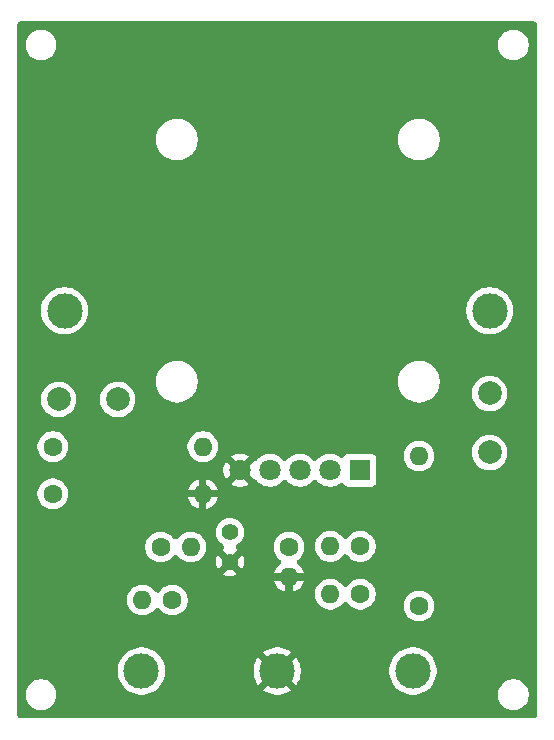
<source format=gbr>
%TF.GenerationSoftware,KiCad,Pcbnew,9.0.0*%
%TF.CreationDate,2025-03-07T15:33:46-06:00*%
%TF.ProjectId,Block-JAN6418,426c6f63-6b2d-44a4-914e-363431382e6b,rev?*%
%TF.SameCoordinates,PX3305860PY2160ec0*%
%TF.FileFunction,Copper,L3,Inr*%
%TF.FilePolarity,Positive*%
%FSLAX46Y46*%
G04 Gerber Fmt 4.6, Leading zero omitted, Abs format (unit mm)*
G04 Created by KiCad (PCBNEW 9.0.0) date 2025-03-07 15:33:46*
%MOMM*%
%LPD*%
G01*
G04 APERTURE LIST*
%TA.AperFunction,ComponentPad*%
%ADD10C,3.000000*%
%TD*%
%TA.AperFunction,ComponentPad*%
%ADD11C,1.600000*%
%TD*%
%TA.AperFunction,ComponentPad*%
%ADD12O,1.600000X1.600000*%
%TD*%
%TA.AperFunction,ComponentPad*%
%ADD13C,2.000000*%
%TD*%
%TA.AperFunction,ComponentPad*%
%ADD14R,1.800000X1.800000*%
%TD*%
%TA.AperFunction,ComponentPad*%
%ADD15C,1.800000*%
%TD*%
%TA.AperFunction,ComponentPad*%
%ADD16C,1.400000*%
%TD*%
%TA.AperFunction,ViaPad*%
%ADD17C,0.700000*%
%TD*%
G04 APERTURE END LIST*
D10*
%TO.N,Net-(J4-Pin_1)*%
%TO.C,J4*%
X34000000Y-55500000D03*
%TD*%
D11*
%TO.N,Net-(R6-Pad1)*%
%TO.C,R6*%
X13630000Y-49500000D03*
D12*
%TO.N,+9V*%
X11090000Y-49500000D03*
%TD*%
D10*
%TO.N,GND*%
%TO.C,J2*%
X22500000Y-55500000D03*
%TD*%
D13*
%TO.N,Net-(U1A-P)*%
%TO.C,C2*%
X40500000Y-37000000D03*
%TO.N,Net-(J5-Pin_1)*%
X40500000Y-32000000D03*
%TD*%
D11*
%TO.N,Net-(J4-Pin_1)*%
%TO.C,R3*%
X34500000Y-50000000D03*
D12*
%TO.N,Net-(U1A-P)*%
X34500000Y-37300000D03*
%TD*%
D11*
%TO.N,Net-(C1-Pad2)*%
%TO.C,R2*%
X3500000Y-36500000D03*
D12*
%TO.N,Net-(U1A-G1)*%
X16200000Y-36500000D03*
%TD*%
D14*
%TO.N,Net-(U1A-P)*%
%TO.C,U1*%
X29500000Y-38500000D03*
D15*
%TO.N,Net-(U1A-G2)*%
X26960000Y-38500000D03*
%TO.N,Net-(C3-Pad1)*%
X24420000Y-38500000D03*
%TO.N,Net-(U1A-G1)*%
X21880000Y-38500000D03*
%TO.N,GND*%
X19340000Y-38500000D03*
%TD*%
D13*
%TO.N,Net-(J3-Pin_1)*%
%TO.C,C1*%
X9000000Y-32500000D03*
%TO.N,Net-(C1-Pad2)*%
X4000000Y-32500000D03*
%TD*%
D10*
%TO.N,Net-(J3-Pin_1)*%
%TO.C,J3*%
X4500000Y-25000000D03*
%TD*%
%TO.N,+9V*%
%TO.C,J1*%
X11000000Y-55500000D03*
%TD*%
D11*
%TO.N,Net-(U1A-G2)*%
%TO.C,R5*%
X23500000Y-45000000D03*
D12*
%TO.N,GND*%
X23500000Y-47540000D03*
%TD*%
D11*
%TO.N,Net-(R6-Pad1)*%
%TO.C,R7*%
X12630000Y-45000000D03*
D12*
%TO.N,Net-(C3-Pad1)*%
X15170000Y-45000000D03*
%TD*%
D10*
%TO.N,Net-(J5-Pin_1)*%
%TO.C,J5*%
X40500000Y-25000000D03*
%TD*%
D16*
%TO.N,Net-(C3-Pad1)*%
%TO.C,C3*%
X18500000Y-43750000D03*
%TO.N,GND*%
X18500000Y-46250000D03*
%TD*%
D11*
%TO.N,Net-(C1-Pad2)*%
%TO.C,R1*%
X3500000Y-40500000D03*
D12*
%TO.N,GND*%
X16200000Y-40500000D03*
%TD*%
D11*
%TO.N,Net-(J4-Pin_1)*%
%TO.C,R8*%
X29540000Y-49000000D03*
D12*
%TO.N,Net-(U1A-G2)*%
X27000000Y-49000000D03*
%TD*%
D11*
%TO.N,Net-(U1A-P)*%
%TO.C,R4*%
X29540000Y-44952500D03*
D12*
%TO.N,Net-(U1A-G2)*%
X27000000Y-44952500D03*
%TD*%
D17*
%TO.N,GND*%
X32000000Y-57500000D03*
X24500000Y-36500000D03*
X10500000Y-27000000D03*
X11000000Y-43500000D03*
X25500000Y-57000000D03*
X28000000Y-51000000D03*
X21500000Y-36500000D03*
X32000000Y-53500000D03*
X13500000Y-55500000D03*
X38500000Y-23000000D03*
X33000000Y-35500000D03*
X17500000Y-38500000D03*
X4500000Y-38500000D03*
X42000000Y-33500000D03*
X28250000Y-43500000D03*
X15000000Y-34500000D03*
X18500000Y-48000000D03*
X29000000Y-36500000D03*
X36000000Y-38500000D03*
X2500000Y-34500000D03*
X33000000Y-48500000D03*
X2500000Y-30500000D03*
X25500000Y-40500000D03*
X9000000Y-25000000D03*
X5960000Y-49500000D03*
X42000000Y-35500000D03*
X33000000Y-38500000D03*
X10500000Y-30500000D03*
X21000000Y-43500000D03*
X2500000Y-23000000D03*
X9500000Y-51000000D03*
X39000000Y-33500000D03*
X36000000Y-53500000D03*
X25500000Y-47000000D03*
X28250000Y-46500000D03*
X36000000Y-48500000D03*
X6500000Y-23000000D03*
X19500000Y-40500000D03*
X31000000Y-40500000D03*
X42000000Y-38500000D03*
X42500000Y-27000000D03*
X22500000Y-49500000D03*
X18000000Y-35500000D03*
X20500000Y-40500000D03*
X36000000Y-51500000D03*
X5960000Y-45500000D03*
X23500000Y-49500000D03*
X36000000Y-57500000D03*
X42500000Y-23000000D03*
X42000000Y-30500000D03*
X15500000Y-51000000D03*
X36000000Y-35500000D03*
X18500000Y-40500000D03*
X15000000Y-38500000D03*
X31000000Y-46500000D03*
X19500000Y-55500000D03*
X16000000Y-42500000D03*
X6500000Y-27000000D03*
X25500000Y-54000000D03*
X9500000Y-48500000D03*
X4500000Y-34500000D03*
X39000000Y-30500000D03*
X2500000Y-38500000D03*
X19500000Y-54000000D03*
X2500000Y-27000000D03*
X15000000Y-42500000D03*
X25500000Y-55500000D03*
X38500000Y-27000000D03*
X17500000Y-48000000D03*
X8500000Y-55500000D03*
X24500000Y-49500000D03*
X17000000Y-42500000D03*
X28250000Y-40500000D03*
X14000000Y-47000000D03*
X19500000Y-48000000D03*
X11000000Y-47000000D03*
X39000000Y-35500000D03*
X31000000Y-43500000D03*
X7500000Y-30500000D03*
X19500000Y-57000000D03*
X25500000Y-43500000D03*
X33000000Y-51500000D03*
X39000000Y-38500000D03*
X11000000Y-58000000D03*
%TD*%
%TA.AperFunction,Conductor*%
%TO.N,GND*%
G36*
X44345788Y-519454D02*
G01*
X44426570Y-573430D01*
X44480546Y-654212D01*
X44499500Y-749500D01*
X44499500Y-59250500D01*
X44480546Y-59345788D01*
X44426570Y-59426570D01*
X44345788Y-59480546D01*
X44250500Y-59499500D01*
X749500Y-59499500D01*
X654212Y-59480546D01*
X573430Y-59426570D01*
X519454Y-59345788D01*
X500500Y-59250500D01*
X500500Y-57397638D01*
X1199500Y-57397638D01*
X1199500Y-57602361D01*
X1231522Y-57804531D01*
X1294778Y-57999214D01*
X1294782Y-57999224D01*
X1387711Y-58181607D01*
X1387713Y-58181610D01*
X1508034Y-58347219D01*
X1652781Y-58491966D01*
X1818390Y-58612287D01*
X2000781Y-58705220D01*
X2195466Y-58768477D01*
X2266575Y-58779739D01*
X2397638Y-58800499D01*
X2397645Y-58800499D01*
X2397648Y-58800500D01*
X2397651Y-58800500D01*
X2602349Y-58800500D01*
X2602352Y-58800500D01*
X2602355Y-58800499D01*
X2602361Y-58800499D01*
X2697870Y-58785371D01*
X2804534Y-58768477D01*
X2999219Y-58705220D01*
X3181610Y-58612287D01*
X3347219Y-58491966D01*
X3491966Y-58347219D01*
X3612287Y-58181610D01*
X3705220Y-57999219D01*
X3768477Y-57804534D01*
X3800500Y-57602352D01*
X3800500Y-57397648D01*
X3800499Y-57397645D01*
X3800499Y-57397638D01*
X3768477Y-57195468D01*
X3768477Y-57195466D01*
X3705220Y-57000781D01*
X3612287Y-56818390D01*
X3491966Y-56652781D01*
X3347219Y-56508034D01*
X3181610Y-56387713D01*
X3181609Y-56387712D01*
X3181607Y-56387711D01*
X2999224Y-56294782D01*
X2999214Y-56294778D01*
X2804531Y-56231522D01*
X2602361Y-56199500D01*
X2602352Y-56199500D01*
X2397648Y-56199500D01*
X2397638Y-56199500D01*
X2195468Y-56231522D01*
X2000785Y-56294778D01*
X2000775Y-56294782D01*
X1818392Y-56387711D01*
X1652779Y-56508035D01*
X1508035Y-56652779D01*
X1387711Y-56818392D01*
X1294782Y-57000775D01*
X1294778Y-57000785D01*
X1231522Y-57195468D01*
X1199500Y-57397638D01*
X500500Y-57397638D01*
X500500Y-55368880D01*
X8999500Y-55368880D01*
X8999500Y-55631119D01*
X9033729Y-55891112D01*
X9101601Y-56144417D01*
X9201953Y-56386689D01*
X9201955Y-56386693D01*
X9201957Y-56386697D01*
X9202544Y-56387713D01*
X9333073Y-56613798D01*
X9333082Y-56613812D01*
X9492713Y-56821845D01*
X9492718Y-56821851D01*
X9678149Y-57007282D01*
X9678153Y-57007285D01*
X9678154Y-57007286D01*
X9886187Y-57166917D01*
X9886192Y-57166920D01*
X9886197Y-57166924D01*
X10113303Y-57298043D01*
X10355581Y-57398398D01*
X10608884Y-57466270D01*
X10868880Y-57500500D01*
X11131120Y-57500500D01*
X11391116Y-57466270D01*
X11644419Y-57398398D01*
X11886697Y-57298043D01*
X12113803Y-57166924D01*
X12321851Y-57007282D01*
X12507282Y-56821851D01*
X12666924Y-56613803D01*
X12798043Y-56386697D01*
X12898398Y-56144419D01*
X12966270Y-55891116D01*
X13000500Y-55631120D01*
X13000500Y-55368912D01*
X20500000Y-55368912D01*
X20500000Y-55631087D01*
X20534220Y-55891013D01*
X20602074Y-56144253D01*
X20702410Y-56386483D01*
X20833487Y-56613514D01*
X20833493Y-56613524D01*
X20889378Y-56686354D01*
X21801709Y-55774022D01*
X21835359Y-55855258D01*
X21917437Y-55978097D01*
X22021903Y-56082563D01*
X22144742Y-56164641D01*
X22225974Y-56198288D01*
X21313643Y-57110619D01*
X21386478Y-57166508D01*
X21613516Y-57297589D01*
X21855746Y-57397925D01*
X22108987Y-57465779D01*
X22108985Y-57465779D01*
X22368912Y-57500000D01*
X22631088Y-57500000D01*
X22891013Y-57465779D01*
X23144253Y-57397925D01*
X23386483Y-57297589D01*
X23613515Y-57166512D01*
X23613526Y-57166504D01*
X23686355Y-57110620D01*
X22774024Y-56198289D01*
X22855258Y-56164641D01*
X22978097Y-56082563D01*
X23082563Y-55978097D01*
X23164641Y-55855258D01*
X23198289Y-55774024D01*
X24110620Y-56686355D01*
X24166504Y-56613526D01*
X24166512Y-56613515D01*
X24297589Y-56386483D01*
X24397925Y-56144253D01*
X24465779Y-55891013D01*
X24500000Y-55631087D01*
X24500000Y-55368912D01*
X24499996Y-55368880D01*
X31999500Y-55368880D01*
X31999500Y-55631119D01*
X32033729Y-55891112D01*
X32101601Y-56144417D01*
X32201953Y-56386689D01*
X32201955Y-56386693D01*
X32201957Y-56386697D01*
X32202544Y-56387713D01*
X32333073Y-56613798D01*
X32333082Y-56613812D01*
X32492713Y-56821845D01*
X32492718Y-56821851D01*
X32678149Y-57007282D01*
X32678153Y-57007285D01*
X32678154Y-57007286D01*
X32886187Y-57166917D01*
X32886192Y-57166920D01*
X32886197Y-57166924D01*
X33113303Y-57298043D01*
X33355581Y-57398398D01*
X33608884Y-57466270D01*
X33868880Y-57500500D01*
X34131120Y-57500500D01*
X34391116Y-57466270D01*
X34644419Y-57398398D01*
X34646254Y-57397638D01*
X41199500Y-57397638D01*
X41199500Y-57602361D01*
X41231522Y-57804531D01*
X41294778Y-57999214D01*
X41294782Y-57999224D01*
X41387711Y-58181607D01*
X41387713Y-58181610D01*
X41508034Y-58347219D01*
X41652781Y-58491966D01*
X41818390Y-58612287D01*
X42000781Y-58705220D01*
X42195466Y-58768477D01*
X42266575Y-58779739D01*
X42397638Y-58800499D01*
X42397645Y-58800499D01*
X42397648Y-58800500D01*
X42397651Y-58800500D01*
X42602349Y-58800500D01*
X42602352Y-58800500D01*
X42602355Y-58800499D01*
X42602361Y-58800499D01*
X42697870Y-58785371D01*
X42804534Y-58768477D01*
X42999219Y-58705220D01*
X43181610Y-58612287D01*
X43347219Y-58491966D01*
X43491966Y-58347219D01*
X43612287Y-58181610D01*
X43705220Y-57999219D01*
X43768477Y-57804534D01*
X43800500Y-57602352D01*
X43800500Y-57397648D01*
X43800499Y-57397645D01*
X43800499Y-57397638D01*
X43768477Y-57195468D01*
X43768477Y-57195466D01*
X43705220Y-57000781D01*
X43612287Y-56818390D01*
X43491966Y-56652781D01*
X43347219Y-56508034D01*
X43181610Y-56387713D01*
X43181609Y-56387712D01*
X43181607Y-56387711D01*
X42999224Y-56294782D01*
X42999214Y-56294778D01*
X42804531Y-56231522D01*
X42602361Y-56199500D01*
X42602352Y-56199500D01*
X42397648Y-56199500D01*
X42397638Y-56199500D01*
X42195468Y-56231522D01*
X42000785Y-56294778D01*
X42000775Y-56294782D01*
X41818392Y-56387711D01*
X41652779Y-56508035D01*
X41508035Y-56652779D01*
X41387711Y-56818392D01*
X41294782Y-57000775D01*
X41294778Y-57000785D01*
X41231522Y-57195468D01*
X41199500Y-57397638D01*
X34646254Y-57397638D01*
X34886697Y-57298043D01*
X35113803Y-57166924D01*
X35321851Y-57007282D01*
X35507282Y-56821851D01*
X35666924Y-56613803D01*
X35798043Y-56386697D01*
X35898398Y-56144419D01*
X35966270Y-55891116D01*
X36000500Y-55631120D01*
X36000500Y-55368880D01*
X35966270Y-55108884D01*
X35898398Y-54855581D01*
X35798043Y-54613303D01*
X35666924Y-54386197D01*
X35666920Y-54386192D01*
X35666917Y-54386187D01*
X35507286Y-54178154D01*
X35507285Y-54178153D01*
X35507282Y-54178149D01*
X35321851Y-53992718D01*
X35321846Y-53992714D01*
X35321845Y-53992713D01*
X35113812Y-53833082D01*
X35113798Y-53833073D01*
X35052937Y-53797935D01*
X34886697Y-53701957D01*
X34886695Y-53701956D01*
X34886693Y-53701955D01*
X34886689Y-53701953D01*
X34644417Y-53601601D01*
X34534730Y-53572211D01*
X34391116Y-53533730D01*
X34391111Y-53533729D01*
X34391114Y-53533729D01*
X34131120Y-53499500D01*
X33868880Y-53499500D01*
X33608887Y-53533729D01*
X33355582Y-53601601D01*
X33113310Y-53701953D01*
X33113306Y-53701955D01*
X32886201Y-53833073D01*
X32886187Y-53833082D01*
X32678154Y-53992713D01*
X32492713Y-54178154D01*
X32333082Y-54386187D01*
X32333073Y-54386201D01*
X32201955Y-54613306D01*
X32201953Y-54613310D01*
X32101601Y-54855582D01*
X32033729Y-55108887D01*
X31999500Y-55368880D01*
X24499996Y-55368880D01*
X24465779Y-55108986D01*
X24397925Y-54855746D01*
X24297589Y-54613516D01*
X24166508Y-54386478D01*
X24110619Y-54313643D01*
X23198288Y-55225974D01*
X23164641Y-55144742D01*
X23082563Y-55021903D01*
X22978097Y-54917437D01*
X22855258Y-54835359D01*
X22774022Y-54801710D01*
X23686355Y-53889378D01*
X23613524Y-53833493D01*
X23613514Y-53833487D01*
X23386483Y-53702410D01*
X23144253Y-53602074D01*
X22891012Y-53534220D01*
X22891014Y-53534220D01*
X22631088Y-53500000D01*
X22368912Y-53500000D01*
X22108986Y-53534220D01*
X21855746Y-53602074D01*
X21613516Y-53702410D01*
X21386480Y-53833490D01*
X21313643Y-53889378D01*
X22225975Y-54801710D01*
X22144742Y-54835359D01*
X22021903Y-54917437D01*
X21917437Y-55021903D01*
X21835359Y-55144742D01*
X21801710Y-55225975D01*
X20889378Y-54313643D01*
X20833490Y-54386480D01*
X20702410Y-54613516D01*
X20602074Y-54855746D01*
X20534220Y-55108986D01*
X20500000Y-55368912D01*
X13000500Y-55368912D01*
X13000500Y-55368880D01*
X12966270Y-55108884D01*
X12898398Y-54855581D01*
X12798043Y-54613303D01*
X12666924Y-54386197D01*
X12666920Y-54386192D01*
X12666917Y-54386187D01*
X12507286Y-54178154D01*
X12507285Y-54178153D01*
X12507282Y-54178149D01*
X12321851Y-53992718D01*
X12321846Y-53992714D01*
X12321845Y-53992713D01*
X12113812Y-53833082D01*
X12113798Y-53833073D01*
X12052937Y-53797935D01*
X11886697Y-53701957D01*
X11886695Y-53701956D01*
X11886693Y-53701955D01*
X11886689Y-53701953D01*
X11644417Y-53601601D01*
X11534730Y-53572211D01*
X11391116Y-53533730D01*
X11391111Y-53533729D01*
X11391114Y-53533729D01*
X11131120Y-53499500D01*
X10868880Y-53499500D01*
X10608887Y-53533729D01*
X10355582Y-53601601D01*
X10113310Y-53701953D01*
X10113306Y-53701955D01*
X9886201Y-53833073D01*
X9886187Y-53833082D01*
X9678154Y-53992713D01*
X9492713Y-54178154D01*
X9333082Y-54386187D01*
X9333073Y-54386201D01*
X9201955Y-54613306D01*
X9201953Y-54613310D01*
X9101601Y-54855582D01*
X9033729Y-55108887D01*
X8999500Y-55368880D01*
X500500Y-55368880D01*
X500500Y-49397638D01*
X9789500Y-49397638D01*
X9789500Y-49602361D01*
X9821522Y-49804531D01*
X9884778Y-49999214D01*
X9884782Y-49999224D01*
X9974780Y-50175854D01*
X9977713Y-50181610D01*
X10098034Y-50347219D01*
X10242781Y-50491966D01*
X10408390Y-50612287D01*
X10590781Y-50705220D01*
X10785466Y-50768477D01*
X10856575Y-50779739D01*
X10987638Y-50800499D01*
X10987645Y-50800499D01*
X10987648Y-50800500D01*
X10987651Y-50800500D01*
X11192349Y-50800500D01*
X11192352Y-50800500D01*
X11192355Y-50800499D01*
X11192361Y-50800499D01*
X11287870Y-50785371D01*
X11394534Y-50768477D01*
X11589219Y-50705220D01*
X11771610Y-50612287D01*
X11937219Y-50491966D01*
X12081966Y-50347219D01*
X12158555Y-50241801D01*
X12229897Y-50175854D01*
X12321047Y-50142227D01*
X12418127Y-50146041D01*
X12506358Y-50186715D01*
X12561443Y-50241800D01*
X12638034Y-50347219D01*
X12782781Y-50491966D01*
X12948390Y-50612287D01*
X13130781Y-50705220D01*
X13325466Y-50768477D01*
X13396575Y-50779739D01*
X13527638Y-50800499D01*
X13527645Y-50800499D01*
X13527648Y-50800500D01*
X13527651Y-50800500D01*
X13732349Y-50800500D01*
X13732352Y-50800500D01*
X13732355Y-50800499D01*
X13732361Y-50800499D01*
X13827870Y-50785371D01*
X13934534Y-50768477D01*
X14129219Y-50705220D01*
X14311610Y-50612287D01*
X14477219Y-50491966D01*
X14621966Y-50347219D01*
X14742287Y-50181610D01*
X14835220Y-49999219D01*
X14898477Y-49804534D01*
X14923580Y-49646041D01*
X14930499Y-49602361D01*
X14930500Y-49602349D01*
X14930500Y-49397650D01*
X14930499Y-49397638D01*
X14898477Y-49195468D01*
X14898477Y-49195466D01*
X14835220Y-49000781D01*
X14782666Y-48897638D01*
X25699500Y-48897638D01*
X25699500Y-49102361D01*
X25731522Y-49304531D01*
X25794778Y-49499214D01*
X25794782Y-49499224D01*
X25884780Y-49675854D01*
X25887713Y-49681610D01*
X26008034Y-49847219D01*
X26152781Y-49991966D01*
X26318390Y-50112287D01*
X26500781Y-50205220D01*
X26695466Y-50268477D01*
X26766575Y-50279739D01*
X26897638Y-50300499D01*
X26897645Y-50300499D01*
X26897648Y-50300500D01*
X26897651Y-50300500D01*
X27102349Y-50300500D01*
X27102352Y-50300500D01*
X27102355Y-50300499D01*
X27102361Y-50300499D01*
X27197870Y-50285371D01*
X27304534Y-50268477D01*
X27499219Y-50205220D01*
X27681610Y-50112287D01*
X27847219Y-49991966D01*
X27991966Y-49847219D01*
X28068555Y-49741801D01*
X28139897Y-49675854D01*
X28231047Y-49642227D01*
X28328127Y-49646041D01*
X28416358Y-49686715D01*
X28471443Y-49741800D01*
X28548034Y-49847219D01*
X28692781Y-49991966D01*
X28858390Y-50112287D01*
X29040781Y-50205220D01*
X29235466Y-50268477D01*
X29306575Y-50279739D01*
X29437638Y-50300499D01*
X29437645Y-50300499D01*
X29437648Y-50300500D01*
X29437651Y-50300500D01*
X29642349Y-50300500D01*
X29642352Y-50300500D01*
X29642355Y-50300499D01*
X29642361Y-50300499D01*
X29737870Y-50285371D01*
X29844534Y-50268477D01*
X30039219Y-50205220D01*
X30221610Y-50112287D01*
X30387219Y-49991966D01*
X30481547Y-49897638D01*
X33199500Y-49897638D01*
X33199500Y-50102361D01*
X33231522Y-50304531D01*
X33294778Y-50499214D01*
X33294782Y-50499224D01*
X33387711Y-50681607D01*
X33387713Y-50681610D01*
X33508034Y-50847219D01*
X33652781Y-50991966D01*
X33818390Y-51112287D01*
X34000781Y-51205220D01*
X34195466Y-51268477D01*
X34266575Y-51279739D01*
X34397638Y-51300499D01*
X34397645Y-51300499D01*
X34397648Y-51300500D01*
X34397651Y-51300500D01*
X34602349Y-51300500D01*
X34602352Y-51300500D01*
X34602355Y-51300499D01*
X34602361Y-51300499D01*
X34697870Y-51285371D01*
X34804534Y-51268477D01*
X34999219Y-51205220D01*
X35181610Y-51112287D01*
X35347219Y-50991966D01*
X35491966Y-50847219D01*
X35612287Y-50681610D01*
X35705220Y-50499219D01*
X35768477Y-50304534D01*
X35793580Y-50146041D01*
X35800499Y-50102361D01*
X35800500Y-50102349D01*
X35800500Y-49897650D01*
X35800499Y-49897638D01*
X35768477Y-49695468D01*
X35768477Y-49695466D01*
X35705220Y-49500781D01*
X35612287Y-49318390D01*
X35491966Y-49152781D01*
X35347219Y-49008034D01*
X35181610Y-48887713D01*
X35181609Y-48887712D01*
X35181607Y-48887711D01*
X34999224Y-48794782D01*
X34999214Y-48794778D01*
X34804531Y-48731522D01*
X34602361Y-48699500D01*
X34602352Y-48699500D01*
X34397648Y-48699500D01*
X34397638Y-48699500D01*
X34195468Y-48731522D01*
X34000785Y-48794778D01*
X34000775Y-48794782D01*
X33818392Y-48887711D01*
X33652779Y-49008035D01*
X33508035Y-49152779D01*
X33387711Y-49318392D01*
X33294782Y-49500775D01*
X33294778Y-49500785D01*
X33231522Y-49695468D01*
X33199500Y-49897638D01*
X30481547Y-49897638D01*
X30531966Y-49847219D01*
X30652287Y-49681610D01*
X30745220Y-49499219D01*
X30808477Y-49304534D01*
X30840500Y-49102352D01*
X30840500Y-48897648D01*
X30840499Y-48897645D01*
X30840499Y-48897638D01*
X30808477Y-48695468D01*
X30808477Y-48695466D01*
X30745220Y-48500781D01*
X30652287Y-48318390D01*
X30531966Y-48152781D01*
X30387219Y-48008034D01*
X30221610Y-47887713D01*
X30221609Y-47887712D01*
X30221607Y-47887711D01*
X30039224Y-47794782D01*
X30039214Y-47794778D01*
X29844531Y-47731522D01*
X29642361Y-47699500D01*
X29642352Y-47699500D01*
X29437648Y-47699500D01*
X29437638Y-47699500D01*
X29235468Y-47731522D01*
X29040785Y-47794778D01*
X29040775Y-47794782D01*
X28858392Y-47887711D01*
X28692779Y-48008035D01*
X28548033Y-48152781D01*
X28548030Y-48152785D01*
X28471445Y-48258196D01*
X28400102Y-48324145D01*
X28308952Y-48357772D01*
X28211872Y-48353958D01*
X28123642Y-48313283D01*
X28068555Y-48258196D01*
X27991969Y-48152785D01*
X27991966Y-48152781D01*
X27847220Y-48008035D01*
X27681607Y-47887711D01*
X27499224Y-47794782D01*
X27499214Y-47794778D01*
X27304531Y-47731522D01*
X27102361Y-47699500D01*
X27102352Y-47699500D01*
X26897648Y-47699500D01*
X26897638Y-47699500D01*
X26695468Y-47731522D01*
X26500785Y-47794778D01*
X26500775Y-47794782D01*
X26318392Y-47887711D01*
X26152779Y-48008035D01*
X26008035Y-48152779D01*
X25887711Y-48318392D01*
X25794782Y-48500775D01*
X25794778Y-48500785D01*
X25731522Y-48695468D01*
X25699500Y-48897638D01*
X14782666Y-48897638D01*
X14742287Y-48818390D01*
X14621966Y-48652781D01*
X14477219Y-48508034D01*
X14311610Y-48387713D01*
X14311609Y-48387712D01*
X14311607Y-48387711D01*
X14129224Y-48294782D01*
X14129214Y-48294778D01*
X13934531Y-48231522D01*
X13732361Y-48199500D01*
X13732352Y-48199500D01*
X13527648Y-48199500D01*
X13527638Y-48199500D01*
X13325468Y-48231522D01*
X13130785Y-48294778D01*
X13130775Y-48294782D01*
X12948392Y-48387711D01*
X12782779Y-48508035D01*
X12638033Y-48652781D01*
X12638030Y-48652785D01*
X12561445Y-48758196D01*
X12490102Y-48824145D01*
X12398952Y-48857772D01*
X12301872Y-48853958D01*
X12213642Y-48813283D01*
X12158555Y-48758196D01*
X12081969Y-48652785D01*
X12081966Y-48652781D01*
X11937220Y-48508035D01*
X11927241Y-48500785D01*
X11771610Y-48387713D01*
X11771609Y-48387712D01*
X11771607Y-48387711D01*
X11589224Y-48294782D01*
X11589214Y-48294778D01*
X11394531Y-48231522D01*
X11192361Y-48199500D01*
X11192352Y-48199500D01*
X10987648Y-48199500D01*
X10987638Y-48199500D01*
X10785468Y-48231522D01*
X10590785Y-48294778D01*
X10590775Y-48294782D01*
X10408392Y-48387711D01*
X10242779Y-48508035D01*
X10098035Y-48652779D01*
X9977711Y-48818392D01*
X9884782Y-49000775D01*
X9884778Y-49000785D01*
X9821522Y-49195468D01*
X9789500Y-49397638D01*
X500500Y-49397638D01*
X500500Y-47840000D01*
X22231311Y-47840000D01*
X22232010Y-47844414D01*
X22232013Y-47844426D01*
X22295240Y-48039019D01*
X22295242Y-48039025D01*
X22388142Y-48221353D01*
X22508412Y-48386889D01*
X22653110Y-48531587D01*
X22818646Y-48651857D01*
X23000974Y-48744757D01*
X23000977Y-48744758D01*
X23195579Y-48807988D01*
X23195581Y-48807989D01*
X23199999Y-48808688D01*
X23200000Y-48808688D01*
X23200000Y-47840001D01*
X23199999Y-47840000D01*
X22231311Y-47840000D01*
X500500Y-47840000D01*
X500500Y-47285400D01*
X17888862Y-47285400D01*
X17888862Y-47285401D01*
X18039365Y-47362086D01*
X18039367Y-47362087D01*
X18218999Y-47420452D01*
X18405547Y-47449998D01*
X18405562Y-47450000D01*
X18594438Y-47450000D01*
X18594452Y-47449998D01*
X18780998Y-47420452D01*
X18781001Y-47420452D01*
X18960632Y-47362087D01*
X18960639Y-47362084D01*
X19111136Y-47285401D01*
X18499999Y-46674264D01*
X17888862Y-47285400D01*
X500500Y-47285400D01*
X500500Y-44897638D01*
X11329500Y-44897638D01*
X11329500Y-45102361D01*
X11361522Y-45304531D01*
X11424778Y-45499214D01*
X11424782Y-45499224D01*
X11514780Y-45675854D01*
X11517713Y-45681610D01*
X11638034Y-45847219D01*
X11782781Y-45991966D01*
X11948390Y-46112287D01*
X11948392Y-46112288D01*
X12128233Y-46203922D01*
X12130781Y-46205220D01*
X12325466Y-46268477D01*
X12396575Y-46279739D01*
X12527638Y-46300499D01*
X12527645Y-46300499D01*
X12527648Y-46300500D01*
X12527651Y-46300500D01*
X12732349Y-46300500D01*
X12732352Y-46300500D01*
X12732355Y-46300499D01*
X12732361Y-46300499D01*
X12827870Y-46285371D01*
X12934534Y-46268477D01*
X13129219Y-46205220D01*
X13311610Y-46112287D01*
X13477219Y-45991966D01*
X13621966Y-45847219D01*
X13698555Y-45741801D01*
X13769897Y-45675854D01*
X13861047Y-45642227D01*
X13958127Y-45646041D01*
X14046358Y-45686715D01*
X14101443Y-45741800D01*
X14178034Y-45847219D01*
X14322781Y-45991966D01*
X14488390Y-46112287D01*
X14488392Y-46112288D01*
X14668233Y-46203922D01*
X14670781Y-46205220D01*
X14865466Y-46268477D01*
X14936575Y-46279739D01*
X15067638Y-46300499D01*
X15067645Y-46300499D01*
X15067648Y-46300500D01*
X15067651Y-46300500D01*
X15272349Y-46300500D01*
X15272352Y-46300500D01*
X15272355Y-46300499D01*
X15272361Y-46300499D01*
X15367870Y-46285371D01*
X15474534Y-46268477D01*
X15669219Y-46205220D01*
X15766678Y-46155562D01*
X17300000Y-46155562D01*
X17300000Y-46344437D01*
X17300001Y-46344452D01*
X17329547Y-46530997D01*
X17387913Y-46710633D01*
X17387916Y-46710640D01*
X17464598Y-46861136D01*
X18075735Y-46250000D01*
X18029657Y-46203922D01*
X18150000Y-46203922D01*
X18150000Y-46296078D01*
X18173852Y-46385095D01*
X18219930Y-46464905D01*
X18285095Y-46530070D01*
X18364905Y-46576148D01*
X18453922Y-46600000D01*
X18546078Y-46600000D01*
X18635095Y-46576148D01*
X18714905Y-46530070D01*
X18780070Y-46464905D01*
X18826148Y-46385095D01*
X18850000Y-46296078D01*
X18850000Y-46249999D01*
X18924264Y-46249999D01*
X19535401Y-46861136D01*
X19612084Y-46710639D01*
X19612087Y-46710632D01*
X19670452Y-46531001D01*
X19670452Y-46530998D01*
X19699998Y-46344452D01*
X19700000Y-46344437D01*
X19700000Y-46155562D01*
X19699998Y-46155547D01*
X19670452Y-45969001D01*
X19670452Y-45968998D01*
X19612087Y-45789367D01*
X19612086Y-45789365D01*
X19535400Y-45638862D01*
X18924264Y-46249999D01*
X18850000Y-46249999D01*
X18850000Y-46203922D01*
X18826148Y-46114905D01*
X18780070Y-46035095D01*
X18714905Y-45969930D01*
X18635095Y-45923852D01*
X18546078Y-45900000D01*
X18453922Y-45900000D01*
X18364905Y-45923852D01*
X18285095Y-45969930D01*
X18219930Y-46035095D01*
X18173852Y-46114905D01*
X18150000Y-46203922D01*
X18029657Y-46203922D01*
X17464597Y-45638862D01*
X17387918Y-45789354D01*
X17387914Y-45789365D01*
X17329547Y-45969002D01*
X17300001Y-46155547D01*
X17300000Y-46155562D01*
X15766678Y-46155562D01*
X15851610Y-46112287D01*
X16017219Y-45991966D01*
X16161966Y-45847219D01*
X16282287Y-45681610D01*
X16375220Y-45499219D01*
X16438477Y-45304534D01*
X16470500Y-45102352D01*
X16470500Y-44897648D01*
X16470499Y-44897643D01*
X16470499Y-44897638D01*
X16438477Y-44695468D01*
X16438477Y-44695466D01*
X16375220Y-44500781D01*
X16282287Y-44318390D01*
X16161966Y-44152781D01*
X16017219Y-44008034D01*
X15851610Y-43887713D01*
X15812127Y-43867595D01*
X15669223Y-43794782D01*
X15669214Y-43794778D01*
X15474531Y-43731522D01*
X15272361Y-43699500D01*
X15272352Y-43699500D01*
X15067648Y-43699500D01*
X15067638Y-43699500D01*
X14865468Y-43731522D01*
X14670785Y-43794778D01*
X14670775Y-43794782D01*
X14488392Y-43887711D01*
X14322779Y-44008035D01*
X14178033Y-44152781D01*
X14178030Y-44152785D01*
X14101445Y-44258196D01*
X14030102Y-44324145D01*
X13938952Y-44357772D01*
X13841872Y-44353958D01*
X13753642Y-44313283D01*
X13698555Y-44258196D01*
X13621969Y-44152785D01*
X13621966Y-44152781D01*
X13477220Y-44008035D01*
X13411841Y-43960535D01*
X13311610Y-43887713D01*
X13311609Y-43887712D01*
X13311607Y-43887711D01*
X13129224Y-43794782D01*
X13129214Y-43794778D01*
X12934531Y-43731522D01*
X12732361Y-43699500D01*
X12732352Y-43699500D01*
X12527648Y-43699500D01*
X12527638Y-43699500D01*
X12325468Y-43731522D01*
X12130785Y-43794778D01*
X12130775Y-43794782D01*
X11948392Y-43887711D01*
X11782779Y-44008035D01*
X11638035Y-44152779D01*
X11517711Y-44318392D01*
X11424782Y-44500775D01*
X11424778Y-44500785D01*
X11361522Y-44695468D01*
X11329500Y-44897638D01*
X500500Y-44897638D01*
X500500Y-43655523D01*
X17299500Y-43655523D01*
X17299500Y-43844476D01*
X17299501Y-43844492D01*
X17329059Y-44031114D01*
X17387408Y-44210696D01*
X17387453Y-44210832D01*
X17473240Y-44379199D01*
X17527060Y-44453275D01*
X17561570Y-44500775D01*
X17584310Y-44532073D01*
X17717927Y-44665690D01*
X17870801Y-44776760D01*
X17874055Y-44778418D01*
X17875970Y-44779927D01*
X17879143Y-44781872D01*
X17878912Y-44782247D01*
X17950349Y-44838560D01*
X17997824Y-44923325D01*
X18009247Y-45019806D01*
X17982879Y-45113315D01*
X17922733Y-45189614D01*
X17889277Y-45211969D01*
X17888861Y-45214596D01*
X18500000Y-45825735D01*
X19111137Y-45214597D01*
X19110790Y-45212410D01*
X19104969Y-45210139D01*
X19078475Y-45184722D01*
X19049643Y-45161992D01*
X19043674Y-45151334D01*
X19034861Y-45142879D01*
X19020111Y-45109259D01*
X19002171Y-45077225D01*
X19000735Y-45065095D01*
X18995828Y-45053910D01*
X18995066Y-45017200D01*
X18990752Y-44980743D01*
X18994067Y-44968988D01*
X18993814Y-44956776D01*
X19007158Y-44922570D01*
X19014190Y-44897638D01*
X22199500Y-44897638D01*
X22199500Y-45102361D01*
X22231522Y-45304531D01*
X22294778Y-45499214D01*
X22294782Y-45499224D01*
X22384780Y-45675854D01*
X22387713Y-45681610D01*
X22508034Y-45847219D01*
X22652781Y-45991966D01*
X22758622Y-46068863D01*
X22824570Y-46140205D01*
X22858197Y-46231355D01*
X22854383Y-46328435D01*
X22813709Y-46416666D01*
X22758623Y-46471752D01*
X22653111Y-46548411D01*
X22508412Y-46693110D01*
X22388142Y-46858646D01*
X22295242Y-47040974D01*
X22295240Y-47040980D01*
X22232013Y-47235573D01*
X22232010Y-47235585D01*
X22231311Y-47240000D01*
X23234314Y-47240000D01*
X23179920Y-47294394D01*
X23127259Y-47385606D01*
X23100000Y-47487339D01*
X23100000Y-47592661D01*
X23127259Y-47694394D01*
X23179920Y-47785606D01*
X23254394Y-47860080D01*
X23345606Y-47912741D01*
X23447339Y-47940000D01*
X23552661Y-47940000D01*
X23654394Y-47912741D01*
X23745606Y-47860080D01*
X23765685Y-47840001D01*
X23800000Y-47840001D01*
X23800000Y-48808688D01*
X23804418Y-48807989D01*
X23804420Y-48807988D01*
X23999022Y-48744758D01*
X23999025Y-48744757D01*
X24153585Y-48666005D01*
X24153588Y-48666004D01*
X24181355Y-48651855D01*
X24346889Y-48531587D01*
X24491587Y-48386889D01*
X24611857Y-48221353D01*
X24704757Y-48039025D01*
X24704759Y-48039019D01*
X24767986Y-47844426D01*
X24767989Y-47844414D01*
X24768689Y-47840000D01*
X23800001Y-47840000D01*
X23800000Y-47840001D01*
X23765685Y-47840001D01*
X23820080Y-47785606D01*
X23872741Y-47694394D01*
X23900000Y-47592661D01*
X23900000Y-47487339D01*
X23872741Y-47385606D01*
X23820080Y-47294394D01*
X23765686Y-47240000D01*
X24768689Y-47240000D01*
X24767989Y-47235585D01*
X24767986Y-47235573D01*
X24704759Y-47040980D01*
X24704757Y-47040974D01*
X24611857Y-46858646D01*
X24491587Y-46693110D01*
X24346889Y-46548412D01*
X24241377Y-46471753D01*
X24175428Y-46400410D01*
X24141802Y-46309260D01*
X24145616Y-46212180D01*
X24186291Y-46123949D01*
X24241373Y-46068866D01*
X24347219Y-45991966D01*
X24491966Y-45847219D01*
X24612287Y-45681610D01*
X24705220Y-45499219D01*
X24768477Y-45304534D01*
X24800500Y-45102352D01*
X24800500Y-44897648D01*
X24795529Y-44866265D01*
X24792975Y-44850138D01*
X25699500Y-44850138D01*
X25699500Y-45054861D01*
X25731522Y-45257031D01*
X25794778Y-45451714D01*
X25794782Y-45451724D01*
X25884780Y-45628354D01*
X25887713Y-45634110D01*
X26008034Y-45799719D01*
X26152781Y-45944466D01*
X26318390Y-46064787D01*
X26500781Y-46157720D01*
X26695466Y-46220977D01*
X26760989Y-46231355D01*
X26897638Y-46252999D01*
X26897645Y-46252999D01*
X26897648Y-46253000D01*
X26897651Y-46253000D01*
X27102349Y-46253000D01*
X27102352Y-46253000D01*
X27102355Y-46252999D01*
X27102361Y-46252999D01*
X27197870Y-46237871D01*
X27304534Y-46220977D01*
X27499219Y-46157720D01*
X27681610Y-46064787D01*
X27847219Y-45944466D01*
X27991966Y-45799719D01*
X28068555Y-45694301D01*
X28139897Y-45628354D01*
X28231047Y-45594727D01*
X28328127Y-45598541D01*
X28416358Y-45639215D01*
X28471443Y-45694300D01*
X28548034Y-45799719D01*
X28692781Y-45944466D01*
X28858390Y-46064787D01*
X29040781Y-46157720D01*
X29235466Y-46220977D01*
X29300989Y-46231355D01*
X29437638Y-46252999D01*
X29437645Y-46252999D01*
X29437648Y-46253000D01*
X29437651Y-46253000D01*
X29642349Y-46253000D01*
X29642352Y-46253000D01*
X29642355Y-46252999D01*
X29642361Y-46252999D01*
X29737870Y-46237871D01*
X29844534Y-46220977D01*
X30039219Y-46157720D01*
X30221610Y-46064787D01*
X30387219Y-45944466D01*
X30531966Y-45799719D01*
X30652287Y-45634110D01*
X30745220Y-45451719D01*
X30808477Y-45257034D01*
X30832977Y-45102349D01*
X30840499Y-45054861D01*
X30840500Y-45054849D01*
X30840500Y-44850150D01*
X30840499Y-44850138D01*
X30816000Y-44695466D01*
X30808477Y-44647966D01*
X30745220Y-44453281D01*
X30652287Y-44270890D01*
X30531966Y-44105281D01*
X30387219Y-43960534D01*
X30221610Y-43840213D01*
X30221609Y-43840212D01*
X30221607Y-43840211D01*
X30039224Y-43747282D01*
X30039214Y-43747278D01*
X29844531Y-43684022D01*
X29642361Y-43652000D01*
X29642352Y-43652000D01*
X29437648Y-43652000D01*
X29437638Y-43652000D01*
X29235468Y-43684022D01*
X29040785Y-43747278D01*
X29040775Y-43747282D01*
X28858392Y-43840211D01*
X28692779Y-43960535D01*
X28548033Y-44105281D01*
X28548030Y-44105285D01*
X28471445Y-44210696D01*
X28400102Y-44276645D01*
X28308952Y-44310272D01*
X28211872Y-44306458D01*
X28123642Y-44265783D01*
X28068555Y-44210696D01*
X27991969Y-44105285D01*
X27991966Y-44105281D01*
X27847220Y-43960535D01*
X27746988Y-43887713D01*
X27681610Y-43840213D01*
X27681609Y-43840212D01*
X27681607Y-43840211D01*
X27499224Y-43747282D01*
X27499214Y-43747278D01*
X27304531Y-43684022D01*
X27102361Y-43652000D01*
X27102352Y-43652000D01*
X26897648Y-43652000D01*
X26897638Y-43652000D01*
X26695468Y-43684022D01*
X26500785Y-43747278D01*
X26500775Y-43747282D01*
X26318392Y-43840211D01*
X26152779Y-43960535D01*
X26008035Y-44105279D01*
X25887711Y-44270892D01*
X25794782Y-44453275D01*
X25794778Y-44453285D01*
X25731522Y-44647968D01*
X25699500Y-44850138D01*
X24792975Y-44850138D01*
X24782163Y-44781872D01*
X24768477Y-44695466D01*
X24705220Y-44500781D01*
X24612287Y-44318390D01*
X24491966Y-44152781D01*
X24347219Y-44008034D01*
X24181610Y-43887713D01*
X24181609Y-43887712D01*
X24181607Y-43887711D01*
X23999224Y-43794782D01*
X23999214Y-43794778D01*
X23804531Y-43731522D01*
X23602361Y-43699500D01*
X23602352Y-43699500D01*
X23397648Y-43699500D01*
X23397638Y-43699500D01*
X23195468Y-43731522D01*
X23000785Y-43794778D01*
X23000775Y-43794782D01*
X22818392Y-43887711D01*
X22652779Y-44008035D01*
X22508035Y-44152779D01*
X22387711Y-44318392D01*
X22294782Y-44500775D01*
X22294778Y-44500785D01*
X22231522Y-44695468D01*
X22199500Y-44897638D01*
X19014190Y-44897638D01*
X19017124Y-44887236D01*
X19024685Y-44877644D01*
X19029125Y-44866265D01*
X19045039Y-44851825D01*
X19077272Y-44810939D01*
X19096385Y-44796157D01*
X19110546Y-44786264D01*
X19129199Y-44776760D01*
X19282065Y-44665696D01*
X19282066Y-44665696D01*
X19282069Y-44665692D01*
X19282073Y-44665690D01*
X19415690Y-44532073D01*
X19526760Y-44379199D01*
X19612547Y-44210832D01*
X19670940Y-44031118D01*
X19700500Y-43844481D01*
X19700500Y-43655519D01*
X19670940Y-43468882D01*
X19612547Y-43289168D01*
X19526760Y-43120801D01*
X19415690Y-42967927D01*
X19282073Y-42834310D01*
X19282069Y-42834307D01*
X19282068Y-42834306D01*
X19241005Y-42804472D01*
X19129199Y-42723240D01*
X18960832Y-42637453D01*
X18960829Y-42637452D01*
X18960827Y-42637451D01*
X18860893Y-42604980D01*
X18781118Y-42579060D01*
X18781116Y-42579059D01*
X18781114Y-42579059D01*
X18594492Y-42549501D01*
X18594483Y-42549500D01*
X18594481Y-42549500D01*
X18405519Y-42549500D01*
X18405516Y-42549500D01*
X18405507Y-42549501D01*
X18218885Y-42579059D01*
X18039172Y-42637451D01*
X18039168Y-42637452D01*
X18039168Y-42637453D01*
X17870801Y-42723240D01*
X17870800Y-42723241D01*
X17717931Y-42834306D01*
X17584306Y-42967931D01*
X17473241Y-43120800D01*
X17387451Y-43289172D01*
X17329059Y-43468885D01*
X17299501Y-43655507D01*
X17299500Y-43655523D01*
X500500Y-43655523D01*
X500500Y-40397638D01*
X2199500Y-40397638D01*
X2199500Y-40602361D01*
X2231522Y-40804531D01*
X2294778Y-40999214D01*
X2294782Y-40999224D01*
X2387582Y-41181353D01*
X2387713Y-41181610D01*
X2508034Y-41347219D01*
X2652781Y-41491966D01*
X2818390Y-41612287D01*
X3000781Y-41705220D01*
X3195466Y-41768477D01*
X3266575Y-41779739D01*
X3397638Y-41800499D01*
X3397645Y-41800499D01*
X3397648Y-41800500D01*
X3397651Y-41800500D01*
X3602349Y-41800500D01*
X3602352Y-41800500D01*
X3602355Y-41800499D01*
X3602361Y-41800499D01*
X3697870Y-41785371D01*
X3804534Y-41768477D01*
X3999219Y-41705220D01*
X4181610Y-41612287D01*
X4347219Y-41491966D01*
X4491966Y-41347219D01*
X4612287Y-41181610D01*
X4705220Y-40999219D01*
X4768477Y-40804534D01*
X4769195Y-40800000D01*
X14931311Y-40800000D01*
X14932010Y-40804414D01*
X14932013Y-40804426D01*
X14995240Y-40999019D01*
X14995242Y-40999025D01*
X15088142Y-41181353D01*
X15208412Y-41346889D01*
X15353110Y-41491587D01*
X15518646Y-41611857D01*
X15700974Y-41704757D01*
X15700977Y-41704758D01*
X15895579Y-41767988D01*
X15895581Y-41767989D01*
X15900000Y-41768688D01*
X15900000Y-40800001D01*
X15899999Y-40800000D01*
X14931311Y-40800000D01*
X4769195Y-40800000D01*
X4800500Y-40602352D01*
X4800500Y-40447339D01*
X15800000Y-40447339D01*
X15800000Y-40552661D01*
X15827259Y-40654394D01*
X15879920Y-40745606D01*
X15954394Y-40820080D01*
X16045606Y-40872741D01*
X16147339Y-40900000D01*
X16252661Y-40900000D01*
X16354394Y-40872741D01*
X16445606Y-40820080D01*
X16465685Y-40800001D01*
X16500000Y-40800001D01*
X16500000Y-41768688D01*
X16504418Y-41767989D01*
X16504420Y-41767988D01*
X16699022Y-41704758D01*
X16699025Y-41704757D01*
X16881353Y-41611857D01*
X17046889Y-41491587D01*
X17191587Y-41346889D01*
X17311857Y-41181353D01*
X17404757Y-40999025D01*
X17404759Y-40999019D01*
X17467986Y-40804426D01*
X17467989Y-40804414D01*
X17468689Y-40800000D01*
X16500001Y-40800000D01*
X16500000Y-40800001D01*
X16465685Y-40800001D01*
X16520080Y-40745606D01*
X16572741Y-40654394D01*
X16600000Y-40552661D01*
X16600000Y-40447339D01*
X16572741Y-40345606D01*
X16520080Y-40254394D01*
X16465685Y-40199999D01*
X16500000Y-40199999D01*
X16500001Y-40200000D01*
X17468689Y-40200000D01*
X17467989Y-40195585D01*
X17467986Y-40195573D01*
X17404759Y-40000980D01*
X17404757Y-40000974D01*
X17311857Y-39818646D01*
X17249108Y-39732280D01*
X17211720Y-39680821D01*
X18583441Y-39680821D01*
X18606240Y-39697387D01*
X18606249Y-39697392D01*
X18802580Y-39797427D01*
X18802593Y-39797433D01*
X19012168Y-39865527D01*
X19229808Y-39899999D01*
X19229821Y-39900000D01*
X19450179Y-39900000D01*
X19450191Y-39899999D01*
X19667831Y-39865527D01*
X19877406Y-39797433D01*
X19877413Y-39797430D01*
X20073763Y-39697384D01*
X20096557Y-39680822D01*
X19339999Y-38924264D01*
X18583441Y-39680821D01*
X17211720Y-39680821D01*
X17191587Y-39653110D01*
X17046889Y-39508412D01*
X16881353Y-39388142D01*
X16699025Y-39295242D01*
X16699019Y-39295240D01*
X16504426Y-39232013D01*
X16504414Y-39232010D01*
X16500000Y-39231310D01*
X16500000Y-40199999D01*
X16465685Y-40199999D01*
X16445606Y-40179920D01*
X16354394Y-40127259D01*
X16252661Y-40100000D01*
X16147339Y-40100000D01*
X16045606Y-40127259D01*
X15954394Y-40179920D01*
X15879920Y-40254394D01*
X15827259Y-40345606D01*
X15800000Y-40447339D01*
X4800500Y-40447339D01*
X4800500Y-40397648D01*
X4769195Y-40200000D01*
X14931311Y-40200000D01*
X15899999Y-40200000D01*
X15900000Y-40199999D01*
X15900000Y-39231310D01*
X15895585Y-39232010D01*
X15895573Y-39232013D01*
X15700980Y-39295240D01*
X15700974Y-39295242D01*
X15518646Y-39388142D01*
X15353110Y-39508412D01*
X15208412Y-39653110D01*
X15088142Y-39818646D01*
X14995242Y-40000974D01*
X14995240Y-40000980D01*
X14932013Y-40195573D01*
X14932010Y-40195585D01*
X14931311Y-40200000D01*
X4769195Y-40200000D01*
X4768477Y-40195466D01*
X4705220Y-40000781D01*
X4612287Y-39818390D01*
X4491966Y-39652781D01*
X4347219Y-39508034D01*
X4181610Y-39387713D01*
X4181609Y-39387712D01*
X4181607Y-39387711D01*
X3999224Y-39294782D01*
X3999214Y-39294778D01*
X3804531Y-39231522D01*
X3602361Y-39199500D01*
X3602352Y-39199500D01*
X3397648Y-39199500D01*
X3397638Y-39199500D01*
X3195468Y-39231522D01*
X3000785Y-39294778D01*
X3000775Y-39294782D01*
X2818392Y-39387711D01*
X2652779Y-39508035D01*
X2508035Y-39652779D01*
X2387711Y-39818392D01*
X2294782Y-40000775D01*
X2294778Y-40000785D01*
X2231522Y-40195468D01*
X2199500Y-40397638D01*
X500500Y-40397638D01*
X500500Y-38389808D01*
X17940000Y-38389808D01*
X17940000Y-38610191D01*
X17974472Y-38827831D01*
X18042566Y-39037406D01*
X18042569Y-39037413D01*
X18142613Y-39233760D01*
X18159177Y-39256557D01*
X18915735Y-38500000D01*
X18863074Y-38447339D01*
X18940000Y-38447339D01*
X18940000Y-38552661D01*
X18967259Y-38654394D01*
X19019920Y-38745606D01*
X19094394Y-38820080D01*
X19185606Y-38872741D01*
X19287339Y-38900000D01*
X19392661Y-38900000D01*
X19494394Y-38872741D01*
X19585606Y-38820080D01*
X19660080Y-38745606D01*
X19712741Y-38654394D01*
X19740000Y-38552661D01*
X19740000Y-38499999D01*
X19764264Y-38499999D01*
X20520822Y-39256557D01*
X20549931Y-39254267D01*
X20646413Y-39265688D01*
X20731179Y-39313161D01*
X20770909Y-39356141D01*
X20793846Y-39387711D01*
X20811758Y-39412365D01*
X20967635Y-39568242D01*
X21145978Y-39697815D01*
X21145981Y-39697816D01*
X21145986Y-39697820D01*
X21342383Y-39797890D01*
X21342386Y-39797891D01*
X21342394Y-39797895D01*
X21552049Y-39866015D01*
X21552060Y-39866016D01*
X21552061Y-39866017D01*
X21612640Y-39875611D01*
X21769778Y-39900500D01*
X21769782Y-39900500D01*
X21990218Y-39900500D01*
X21990222Y-39900500D01*
X22207951Y-39866015D01*
X22417606Y-39797895D01*
X22418519Y-39797430D01*
X22614013Y-39697820D01*
X22614015Y-39697818D01*
X22614022Y-39697815D01*
X22792365Y-39568242D01*
X22948242Y-39412365D01*
X22948549Y-39411941D01*
X22948806Y-39411704D01*
X22954590Y-39404932D01*
X22955391Y-39405616D01*
X23019886Y-39345992D01*
X23111034Y-39312360D01*
X23208114Y-39316169D01*
X23296347Y-39356838D01*
X23344887Y-39405378D01*
X23345410Y-39404932D01*
X23351079Y-39411570D01*
X23351449Y-39411940D01*
X23351758Y-39412365D01*
X23507635Y-39568242D01*
X23685978Y-39697815D01*
X23685981Y-39697816D01*
X23685986Y-39697820D01*
X23882383Y-39797890D01*
X23882386Y-39797891D01*
X23882394Y-39797895D01*
X24092049Y-39866015D01*
X24092060Y-39866016D01*
X24092061Y-39866017D01*
X24152640Y-39875611D01*
X24309778Y-39900500D01*
X24309782Y-39900500D01*
X24530218Y-39900500D01*
X24530222Y-39900500D01*
X24747951Y-39866015D01*
X24957606Y-39797895D01*
X24958519Y-39797430D01*
X25154013Y-39697820D01*
X25154015Y-39697818D01*
X25154022Y-39697815D01*
X25332365Y-39568242D01*
X25488242Y-39412365D01*
X25488549Y-39411941D01*
X25488806Y-39411704D01*
X25494590Y-39404932D01*
X25495391Y-39405616D01*
X25559886Y-39345992D01*
X25651034Y-39312360D01*
X25748114Y-39316169D01*
X25836347Y-39356838D01*
X25884887Y-39405378D01*
X25885410Y-39404932D01*
X25891079Y-39411570D01*
X25891449Y-39411940D01*
X25891758Y-39412365D01*
X26047635Y-39568242D01*
X26225978Y-39697815D01*
X26225981Y-39697816D01*
X26225986Y-39697820D01*
X26422383Y-39797890D01*
X26422386Y-39797891D01*
X26422394Y-39797895D01*
X26632049Y-39866015D01*
X26632060Y-39866016D01*
X26632061Y-39866017D01*
X26692640Y-39875611D01*
X26849778Y-39900500D01*
X26849782Y-39900500D01*
X27070218Y-39900500D01*
X27070222Y-39900500D01*
X27287951Y-39866015D01*
X27497606Y-39797895D01*
X27498519Y-39797430D01*
X27694013Y-39697820D01*
X27694015Y-39697818D01*
X27694022Y-39697815D01*
X27821700Y-39605051D01*
X27909930Y-39564377D01*
X28007010Y-39560563D01*
X28098160Y-39594190D01*
X28167391Y-39657275D01*
X28242454Y-39757546D01*
X28357669Y-39843796D01*
X28492517Y-39894091D01*
X28552127Y-39900500D01*
X30447872Y-39900499D01*
X30507483Y-39894091D01*
X30642331Y-39843796D01*
X30757546Y-39757546D01*
X30843796Y-39642331D01*
X30894091Y-39507483D01*
X30900500Y-39447873D01*
X30900499Y-37552128D01*
X30894091Y-37492517D01*
X30843796Y-37357669D01*
X30839079Y-37351368D01*
X30828388Y-37337086D01*
X30828387Y-37337085D01*
X30757550Y-37242459D01*
X30757548Y-37242457D01*
X30757546Y-37242454D01*
X30697680Y-37197638D01*
X33199500Y-37197638D01*
X33199500Y-37402361D01*
X33231522Y-37604531D01*
X33294778Y-37799214D01*
X33294782Y-37799224D01*
X33387711Y-37981607D01*
X33387713Y-37981610D01*
X33508034Y-38147219D01*
X33652781Y-38291966D01*
X33818390Y-38412287D01*
X33818392Y-38412288D01*
X33991513Y-38500498D01*
X34000781Y-38505220D01*
X34195466Y-38568477D01*
X34266575Y-38579739D01*
X34397638Y-38600499D01*
X34397645Y-38600499D01*
X34397648Y-38600500D01*
X34397651Y-38600500D01*
X34602349Y-38600500D01*
X34602352Y-38600500D01*
X34602355Y-38600499D01*
X34602361Y-38600499D01*
X34697870Y-38585371D01*
X34804534Y-38568477D01*
X34999219Y-38505220D01*
X35181610Y-38412287D01*
X35347219Y-38291966D01*
X35491966Y-38147219D01*
X35612287Y-37981610D01*
X35705220Y-37799219D01*
X35768477Y-37604534D01*
X35795366Y-37434767D01*
X35800499Y-37402361D01*
X35800500Y-37402349D01*
X35800500Y-37197650D01*
X35800499Y-37197638D01*
X35769071Y-36999219D01*
X35768477Y-36995466D01*
X35731581Y-36881912D01*
X38999500Y-36881912D01*
X38999500Y-37118087D01*
X38999501Y-37118103D01*
X39035790Y-37347220D01*
X39036447Y-37351368D01*
X39050607Y-37394948D01*
X39101678Y-37552130D01*
X39109432Y-37575992D01*
X39195919Y-37745732D01*
X39216659Y-37786437D01*
X39355478Y-37977504D01*
X39355480Y-37977506D01*
X39355483Y-37977510D01*
X39522490Y-38144517D01*
X39522493Y-38144519D01*
X39522495Y-38144521D01*
X39713562Y-38283340D01*
X39713564Y-38283341D01*
X39713567Y-38283343D01*
X39924008Y-38390568D01*
X40148632Y-38463553D01*
X40381908Y-38500500D01*
X40381912Y-38500500D01*
X40618088Y-38500500D01*
X40618092Y-38500500D01*
X40851368Y-38463553D01*
X41075992Y-38390568D01*
X41286433Y-38283343D01*
X41477510Y-38144517D01*
X41644517Y-37977510D01*
X41783343Y-37786433D01*
X41890568Y-37575992D01*
X41963553Y-37351368D01*
X42000500Y-37118092D01*
X42000500Y-36881908D01*
X41963553Y-36648632D01*
X41890568Y-36424008D01*
X41783343Y-36213567D01*
X41783341Y-36213564D01*
X41783340Y-36213562D01*
X41644521Y-36022495D01*
X41644519Y-36022493D01*
X41644517Y-36022490D01*
X41477510Y-35855483D01*
X41477506Y-35855480D01*
X41477504Y-35855478D01*
X41286437Y-35716659D01*
X41161065Y-35652779D01*
X41075992Y-35609432D01*
X41075989Y-35609431D01*
X41075987Y-35609430D01*
X40951079Y-35568845D01*
X40851368Y-35536447D01*
X40851366Y-35536446D01*
X40851364Y-35536446D01*
X40618103Y-35499501D01*
X40618094Y-35499500D01*
X40618092Y-35499500D01*
X40381908Y-35499500D01*
X40381905Y-35499500D01*
X40381896Y-35499501D01*
X40148635Y-35536446D01*
X39924012Y-35609430D01*
X39713562Y-35716659D01*
X39522495Y-35855478D01*
X39355478Y-36022495D01*
X39216659Y-36213562D01*
X39109430Y-36424012D01*
X39036446Y-36648635D01*
X38999501Y-36881896D01*
X38999500Y-36881912D01*
X35731581Y-36881912D01*
X35705220Y-36800781D01*
X35612287Y-36618390D01*
X35491966Y-36452781D01*
X35347219Y-36308034D01*
X35181610Y-36187713D01*
X35181609Y-36187712D01*
X35181607Y-36187711D01*
X34999224Y-36094782D01*
X34999214Y-36094778D01*
X34804531Y-36031522D01*
X34602361Y-35999500D01*
X34602352Y-35999500D01*
X34397648Y-35999500D01*
X34397638Y-35999500D01*
X34195468Y-36031522D01*
X34000785Y-36094778D01*
X34000775Y-36094782D01*
X33818392Y-36187711D01*
X33652779Y-36308035D01*
X33508035Y-36452779D01*
X33387711Y-36618392D01*
X33294782Y-36800775D01*
X33294778Y-36800785D01*
X33231522Y-36995468D01*
X33199500Y-37197638D01*
X30697680Y-37197638D01*
X30642331Y-37156204D01*
X30540177Y-37118103D01*
X30507481Y-37105908D01*
X30447873Y-37099500D01*
X28552134Y-37099500D01*
X28552130Y-37099500D01*
X28552128Y-37099501D01*
X28539314Y-37100878D01*
X28492519Y-37105908D01*
X28492515Y-37105909D01*
X28357670Y-37156203D01*
X28242455Y-37242453D01*
X28242449Y-37242459D01*
X28167391Y-37342724D01*
X28095113Y-37407647D01*
X28003492Y-37439968D01*
X27906476Y-37434767D01*
X27821701Y-37394948D01*
X27694026Y-37302188D01*
X27694013Y-37302179D01*
X27497616Y-37202109D01*
X27497609Y-37202106D01*
X27497606Y-37202105D01*
X27287951Y-37133985D01*
X27287945Y-37133984D01*
X27287938Y-37133982D01*
X27070232Y-37099501D01*
X27070225Y-37099500D01*
X27070222Y-37099500D01*
X26849778Y-37099500D01*
X26849775Y-37099500D01*
X26849767Y-37099501D01*
X26632061Y-37133982D01*
X26632054Y-37133984D01*
X26632052Y-37133984D01*
X26632049Y-37133985D01*
X26422394Y-37202105D01*
X26422392Y-37202105D01*
X26422392Y-37202106D01*
X26422383Y-37202109D01*
X26225986Y-37302179D01*
X26225979Y-37302184D01*
X26047633Y-37431759D01*
X25891758Y-37587634D01*
X25891445Y-37588066D01*
X25891183Y-37588308D01*
X25885410Y-37595068D01*
X25884609Y-37594384D01*
X25820102Y-37654014D01*
X25728952Y-37687641D01*
X25631872Y-37683827D01*
X25543641Y-37643152D01*
X25495111Y-37594622D01*
X25494590Y-37595068D01*
X25488932Y-37588443D01*
X25488555Y-37588066D01*
X25488242Y-37587635D01*
X25332365Y-37431758D01*
X25154022Y-37302185D01*
X25154019Y-37302183D01*
X25154013Y-37302179D01*
X24957616Y-37202109D01*
X24957609Y-37202106D01*
X24957606Y-37202105D01*
X24747951Y-37133985D01*
X24747945Y-37133984D01*
X24747938Y-37133982D01*
X24530232Y-37099501D01*
X24530225Y-37099500D01*
X24530222Y-37099500D01*
X24309778Y-37099500D01*
X24309775Y-37099500D01*
X24309767Y-37099501D01*
X24092061Y-37133982D01*
X24092054Y-37133984D01*
X24092052Y-37133984D01*
X24092049Y-37133985D01*
X23882394Y-37202105D01*
X23882392Y-37202105D01*
X23882392Y-37202106D01*
X23882383Y-37202109D01*
X23685986Y-37302179D01*
X23685979Y-37302184D01*
X23507633Y-37431759D01*
X23351758Y-37587634D01*
X23351445Y-37588066D01*
X23351183Y-37588308D01*
X23345410Y-37595068D01*
X23344609Y-37594384D01*
X23280102Y-37654014D01*
X23188952Y-37687641D01*
X23091872Y-37683827D01*
X23003641Y-37643152D01*
X22955111Y-37594622D01*
X22954590Y-37595068D01*
X22948932Y-37588443D01*
X22948555Y-37588066D01*
X22948242Y-37587635D01*
X22792365Y-37431758D01*
X22614022Y-37302185D01*
X22614019Y-37302183D01*
X22614013Y-37302179D01*
X22417616Y-37202109D01*
X22417609Y-37202106D01*
X22417606Y-37202105D01*
X22207951Y-37133985D01*
X22207945Y-37133984D01*
X22207938Y-37133982D01*
X21990232Y-37099501D01*
X21990225Y-37099500D01*
X21990222Y-37099500D01*
X21769778Y-37099500D01*
X21769775Y-37099500D01*
X21769767Y-37099501D01*
X21552061Y-37133982D01*
X21552054Y-37133984D01*
X21552052Y-37133984D01*
X21552049Y-37133985D01*
X21342394Y-37202105D01*
X21342392Y-37202105D01*
X21342392Y-37202106D01*
X21342383Y-37202109D01*
X21145986Y-37302179D01*
X21145979Y-37302184D01*
X20967633Y-37431759D01*
X20811756Y-37587636D01*
X20770908Y-37643859D01*
X20699565Y-37709807D01*
X20608414Y-37743434D01*
X20549930Y-37745732D01*
X20520821Y-37743441D01*
X19764264Y-38499999D01*
X19740000Y-38499999D01*
X19740000Y-38447339D01*
X19712741Y-38345606D01*
X19660080Y-38254394D01*
X19585606Y-38179920D01*
X19494394Y-38127259D01*
X19392661Y-38100000D01*
X19287339Y-38100000D01*
X19185606Y-38127259D01*
X19094394Y-38179920D01*
X19019920Y-38254394D01*
X18967259Y-38345606D01*
X18940000Y-38447339D01*
X18863074Y-38447339D01*
X18159176Y-37743441D01*
X18142616Y-37766234D01*
X18142611Y-37766243D01*
X18042574Y-37962576D01*
X18042566Y-37962593D01*
X17974472Y-38172168D01*
X17940000Y-38389808D01*
X500500Y-38389808D01*
X500500Y-36397638D01*
X2199500Y-36397638D01*
X2199500Y-36602361D01*
X2231522Y-36804531D01*
X2294778Y-36999214D01*
X2294782Y-36999224D01*
X2387711Y-37181607D01*
X2387713Y-37181610D01*
X2508034Y-37347219D01*
X2652781Y-37491966D01*
X2818390Y-37612287D01*
X3000781Y-37705220D01*
X3195466Y-37768477D01*
X3266575Y-37779739D01*
X3397638Y-37800499D01*
X3397645Y-37800499D01*
X3397648Y-37800500D01*
X3397651Y-37800500D01*
X3602349Y-37800500D01*
X3602352Y-37800500D01*
X3602355Y-37800499D01*
X3602361Y-37800499D01*
X3697870Y-37785371D01*
X3804534Y-37768477D01*
X3999219Y-37705220D01*
X4181610Y-37612287D01*
X4347219Y-37491966D01*
X4491966Y-37347219D01*
X4612287Y-37181610D01*
X4705220Y-36999219D01*
X4768477Y-36804534D01*
X4785371Y-36697870D01*
X4800499Y-36602361D01*
X4800500Y-36602349D01*
X4800500Y-36397650D01*
X4800499Y-36397638D01*
X14899500Y-36397638D01*
X14899500Y-36602361D01*
X14931522Y-36804531D01*
X14994778Y-36999214D01*
X14994782Y-36999224D01*
X15087711Y-37181607D01*
X15087713Y-37181610D01*
X15208034Y-37347219D01*
X15352781Y-37491966D01*
X15518390Y-37612287D01*
X15700781Y-37705220D01*
X15895466Y-37768477D01*
X15966575Y-37779739D01*
X16097638Y-37800499D01*
X16097645Y-37800499D01*
X16097648Y-37800500D01*
X16097651Y-37800500D01*
X16302349Y-37800500D01*
X16302352Y-37800500D01*
X16302355Y-37800499D01*
X16302361Y-37800499D01*
X16397870Y-37785371D01*
X16504534Y-37768477D01*
X16699219Y-37705220D01*
X16881610Y-37612287D01*
X17047219Y-37491966D01*
X17191966Y-37347219D01*
X17212340Y-37319176D01*
X18583441Y-37319176D01*
X19340000Y-38075735D01*
X20096557Y-37319177D01*
X20073760Y-37302613D01*
X19877413Y-37202569D01*
X19877406Y-37202566D01*
X19667831Y-37134472D01*
X19450191Y-37100000D01*
X19229808Y-37100000D01*
X19012168Y-37134472D01*
X18802593Y-37202566D01*
X18802576Y-37202574D01*
X18606243Y-37302611D01*
X18606234Y-37302616D01*
X18583441Y-37319176D01*
X17212340Y-37319176D01*
X17312287Y-37181610D01*
X17405220Y-36999219D01*
X17468477Y-36804534D01*
X17485371Y-36697870D01*
X17500499Y-36602361D01*
X17500500Y-36602349D01*
X17500500Y-36397650D01*
X17500499Y-36397638D01*
X17468477Y-36195468D01*
X17468477Y-36195466D01*
X17405220Y-36000781D01*
X17312287Y-35818390D01*
X17191966Y-35652781D01*
X17047219Y-35508034D01*
X16881610Y-35387713D01*
X16881609Y-35387712D01*
X16881607Y-35387711D01*
X16699224Y-35294782D01*
X16699214Y-35294778D01*
X16504531Y-35231522D01*
X16302361Y-35199500D01*
X16302352Y-35199500D01*
X16097648Y-35199500D01*
X16097638Y-35199500D01*
X15895468Y-35231522D01*
X15700785Y-35294778D01*
X15700775Y-35294782D01*
X15518392Y-35387711D01*
X15352779Y-35508035D01*
X15208035Y-35652779D01*
X15087711Y-35818392D01*
X14994782Y-36000775D01*
X14994778Y-36000785D01*
X14931522Y-36195468D01*
X14899500Y-36397638D01*
X4800499Y-36397638D01*
X4768477Y-36195468D01*
X4768477Y-36195466D01*
X4705220Y-36000781D01*
X4612287Y-35818390D01*
X4491966Y-35652781D01*
X4347219Y-35508034D01*
X4181610Y-35387713D01*
X4181609Y-35387712D01*
X4181607Y-35387711D01*
X3999224Y-35294782D01*
X3999214Y-35294778D01*
X3804531Y-35231522D01*
X3602361Y-35199500D01*
X3602352Y-35199500D01*
X3397648Y-35199500D01*
X3397638Y-35199500D01*
X3195468Y-35231522D01*
X3000785Y-35294778D01*
X3000775Y-35294782D01*
X2818392Y-35387711D01*
X2652779Y-35508035D01*
X2508035Y-35652779D01*
X2387711Y-35818392D01*
X2294782Y-36000775D01*
X2294778Y-36000785D01*
X2231522Y-36195468D01*
X2199500Y-36397638D01*
X500500Y-36397638D01*
X500500Y-32381912D01*
X2499500Y-32381912D01*
X2499500Y-32618087D01*
X2499501Y-32618103D01*
X2526162Y-32786433D01*
X2536447Y-32851368D01*
X2609432Y-33075992D01*
X2709683Y-33272747D01*
X2716659Y-33286437D01*
X2855478Y-33477504D01*
X2855480Y-33477506D01*
X2855483Y-33477510D01*
X3022490Y-33644517D01*
X3022493Y-33644519D01*
X3022495Y-33644521D01*
X3213562Y-33783340D01*
X3213564Y-33783341D01*
X3213567Y-33783343D01*
X3424008Y-33890568D01*
X3648632Y-33963553D01*
X3881908Y-34000500D01*
X3881912Y-34000500D01*
X4118088Y-34000500D01*
X4118092Y-34000500D01*
X4351368Y-33963553D01*
X4575992Y-33890568D01*
X4786433Y-33783343D01*
X4977510Y-33644517D01*
X5144517Y-33477510D01*
X5283343Y-33286433D01*
X5390568Y-33075992D01*
X5463553Y-32851368D01*
X5500500Y-32618092D01*
X5500500Y-32381912D01*
X7499500Y-32381912D01*
X7499500Y-32618087D01*
X7499501Y-32618103D01*
X7526162Y-32786433D01*
X7536447Y-32851368D01*
X7609432Y-33075992D01*
X7709683Y-33272747D01*
X7716659Y-33286437D01*
X7855478Y-33477504D01*
X7855480Y-33477506D01*
X7855483Y-33477510D01*
X8022490Y-33644517D01*
X8022493Y-33644519D01*
X8022495Y-33644521D01*
X8213562Y-33783340D01*
X8213564Y-33783341D01*
X8213567Y-33783343D01*
X8424008Y-33890568D01*
X8648632Y-33963553D01*
X8881908Y-34000500D01*
X8881912Y-34000500D01*
X9118088Y-34000500D01*
X9118092Y-34000500D01*
X9351368Y-33963553D01*
X9575992Y-33890568D01*
X9786433Y-33783343D01*
X9977510Y-33644517D01*
X10144517Y-33477510D01*
X10283343Y-33286433D01*
X10390568Y-33075992D01*
X10463553Y-32851368D01*
X10500500Y-32618092D01*
X10500500Y-32381908D01*
X10463553Y-32148632D01*
X10390568Y-31924008D01*
X10283343Y-31713567D01*
X10283341Y-31713564D01*
X10283340Y-31713562D01*
X10144521Y-31522495D01*
X10144519Y-31522493D01*
X10144517Y-31522490D01*
X9977510Y-31355483D01*
X9977506Y-31355480D01*
X9977504Y-31355478D01*
X9786437Y-31216659D01*
X9772747Y-31209683D01*
X9575992Y-31109432D01*
X9575989Y-31109431D01*
X9575987Y-31109430D01*
X9451079Y-31068845D01*
X9351368Y-31036447D01*
X9351366Y-31036446D01*
X9351364Y-31036446D01*
X9118103Y-30999501D01*
X9118094Y-30999500D01*
X9118092Y-30999500D01*
X8881908Y-30999500D01*
X8881905Y-30999500D01*
X8881896Y-30999501D01*
X8648635Y-31036446D01*
X8424012Y-31109430D01*
X8213562Y-31216659D01*
X8022495Y-31355478D01*
X7855478Y-31522495D01*
X7716659Y-31713562D01*
X7609430Y-31924012D01*
X7536446Y-32148635D01*
X7499501Y-32381896D01*
X7499500Y-32381912D01*
X5500500Y-32381912D01*
X5500500Y-32381908D01*
X5463553Y-32148632D01*
X5390568Y-31924008D01*
X5283343Y-31713567D01*
X5283341Y-31713564D01*
X5283340Y-31713562D01*
X5144521Y-31522495D01*
X5144519Y-31522493D01*
X5144517Y-31522490D01*
X4977510Y-31355483D01*
X4977506Y-31355480D01*
X4977504Y-31355478D01*
X4786437Y-31216659D01*
X4772747Y-31209683D01*
X4575992Y-31109432D01*
X4575989Y-31109431D01*
X4575987Y-31109430D01*
X4451079Y-31068845D01*
X4351368Y-31036447D01*
X4351366Y-31036446D01*
X4351364Y-31036446D01*
X4118103Y-30999501D01*
X4118094Y-30999500D01*
X4118092Y-30999500D01*
X3881908Y-30999500D01*
X3881905Y-30999500D01*
X3881896Y-30999501D01*
X3648635Y-31036446D01*
X3424012Y-31109430D01*
X3213562Y-31216659D01*
X3022495Y-31355478D01*
X2855478Y-31522495D01*
X2716659Y-31713562D01*
X2609430Y-31924012D01*
X2536446Y-32148635D01*
X2499501Y-32381896D01*
X2499500Y-32381912D01*
X500500Y-32381912D01*
X500500Y-30883954D01*
X12229500Y-30883954D01*
X12229500Y-31116045D01*
X12259793Y-31346144D01*
X12319862Y-31570329D01*
X12408676Y-31784744D01*
X12408678Y-31784748D01*
X12524721Y-31985743D01*
X12524724Y-31985748D01*
X12666005Y-32169870D01*
X12666014Y-32169880D01*
X12830119Y-32333985D01*
X12830129Y-32333994D01*
X12946111Y-32422990D01*
X13014252Y-32475276D01*
X13215248Y-32591320D01*
X13215253Y-32591322D01*
X13215255Y-32591323D01*
X13429670Y-32680137D01*
X13653851Y-32740206D01*
X13826429Y-32762926D01*
X13883954Y-32770500D01*
X13883955Y-32770500D01*
X14116046Y-32770500D01*
X14154395Y-32765451D01*
X14346149Y-32740206D01*
X14570330Y-32680137D01*
X14784752Y-32591320D01*
X14985748Y-32475276D01*
X15169877Y-32333989D01*
X15333989Y-32169877D01*
X15475276Y-31985748D01*
X15591320Y-31784752D01*
X15680137Y-31570330D01*
X15740206Y-31346149D01*
X15770500Y-31116045D01*
X15770500Y-30883955D01*
X15770500Y-30883954D01*
X32729500Y-30883954D01*
X32729500Y-31116045D01*
X32759793Y-31346144D01*
X32819862Y-31570329D01*
X32908676Y-31784744D01*
X32908678Y-31784748D01*
X33024721Y-31985743D01*
X33024724Y-31985748D01*
X33166005Y-32169870D01*
X33166014Y-32169880D01*
X33330119Y-32333985D01*
X33330129Y-32333994D01*
X33446111Y-32422990D01*
X33514252Y-32475276D01*
X33715248Y-32591320D01*
X33715253Y-32591322D01*
X33715255Y-32591323D01*
X33929670Y-32680137D01*
X34153851Y-32740206D01*
X34326429Y-32762926D01*
X34383954Y-32770500D01*
X34383955Y-32770500D01*
X34616046Y-32770500D01*
X34654395Y-32765451D01*
X34846149Y-32740206D01*
X35070330Y-32680137D01*
X35284752Y-32591320D01*
X35485748Y-32475276D01*
X35669877Y-32333989D01*
X35833989Y-32169877D01*
X35975276Y-31985748D01*
X36035225Y-31881912D01*
X38999500Y-31881912D01*
X38999500Y-32118087D01*
X38999501Y-32118103D01*
X39033694Y-32333989D01*
X39036447Y-32351368D01*
X39109432Y-32575992D01*
X39130883Y-32618092D01*
X39216659Y-32786437D01*
X39355478Y-32977504D01*
X39355480Y-32977506D01*
X39355483Y-32977510D01*
X39522490Y-33144517D01*
X39522493Y-33144519D01*
X39522495Y-33144521D01*
X39713562Y-33283340D01*
X39713564Y-33283341D01*
X39713567Y-33283343D01*
X39924008Y-33390568D01*
X40148632Y-33463553D01*
X40381908Y-33500500D01*
X40381912Y-33500500D01*
X40618088Y-33500500D01*
X40618092Y-33500500D01*
X40851368Y-33463553D01*
X41075992Y-33390568D01*
X41286433Y-33283343D01*
X41477510Y-33144517D01*
X41644517Y-32977510D01*
X41783343Y-32786433D01*
X41890568Y-32575992D01*
X41963553Y-32351368D01*
X42000500Y-32118092D01*
X42000500Y-31881908D01*
X41963553Y-31648632D01*
X41890568Y-31424008D01*
X41783343Y-31213567D01*
X41783341Y-31213564D01*
X41783340Y-31213562D01*
X41644521Y-31022495D01*
X41644519Y-31022493D01*
X41644517Y-31022490D01*
X41477510Y-30855483D01*
X41477506Y-30855480D01*
X41477504Y-30855478D01*
X41286437Y-30716659D01*
X41272747Y-30709683D01*
X41075992Y-30609432D01*
X41075989Y-30609431D01*
X41075987Y-30609430D01*
X40951079Y-30568845D01*
X40851368Y-30536447D01*
X40851366Y-30536446D01*
X40851364Y-30536446D01*
X40618103Y-30499501D01*
X40618094Y-30499500D01*
X40618092Y-30499500D01*
X40381908Y-30499500D01*
X40381905Y-30499500D01*
X40381896Y-30499501D01*
X40148635Y-30536446D01*
X39924012Y-30609430D01*
X39713562Y-30716659D01*
X39522495Y-30855478D01*
X39355478Y-31022495D01*
X39216659Y-31213562D01*
X39109430Y-31424012D01*
X39036446Y-31648635D01*
X38999501Y-31881896D01*
X38999500Y-31881912D01*
X36035225Y-31881912D01*
X36091320Y-31784752D01*
X36180137Y-31570330D01*
X36240206Y-31346149D01*
X36270500Y-31116045D01*
X36270500Y-30883955D01*
X36240206Y-30653851D01*
X36180137Y-30429670D01*
X36091320Y-30215248D01*
X35975276Y-30014252D01*
X35833989Y-29830123D01*
X35669877Y-29666011D01*
X35669874Y-29666009D01*
X35669870Y-29666005D01*
X35485748Y-29524724D01*
X35485743Y-29524721D01*
X35431874Y-29493620D01*
X35284752Y-29408680D01*
X35284750Y-29408679D01*
X35284748Y-29408678D01*
X35284744Y-29408676D01*
X35070329Y-29319862D01*
X34947831Y-29287039D01*
X34846149Y-29259794D01*
X34846144Y-29259793D01*
X34846145Y-29259793D01*
X34616046Y-29229500D01*
X34616045Y-29229500D01*
X34383955Y-29229500D01*
X34383954Y-29229500D01*
X34153855Y-29259793D01*
X33929670Y-29319862D01*
X33715255Y-29408676D01*
X33715251Y-29408678D01*
X33514256Y-29524721D01*
X33514251Y-29524724D01*
X33330129Y-29666005D01*
X33330119Y-29666014D01*
X33166014Y-29830119D01*
X33166005Y-29830129D01*
X33024724Y-30014251D01*
X33024721Y-30014256D01*
X32908678Y-30215251D01*
X32908676Y-30215255D01*
X32819862Y-30429670D01*
X32759793Y-30653855D01*
X32729500Y-30883954D01*
X15770500Y-30883954D01*
X15740206Y-30653851D01*
X15680137Y-30429670D01*
X15591320Y-30215248D01*
X15475276Y-30014252D01*
X15333989Y-29830123D01*
X15169877Y-29666011D01*
X15169874Y-29666009D01*
X15169870Y-29666005D01*
X14985748Y-29524724D01*
X14985743Y-29524721D01*
X14931874Y-29493620D01*
X14784752Y-29408680D01*
X14784750Y-29408679D01*
X14784748Y-29408678D01*
X14784744Y-29408676D01*
X14570329Y-29319862D01*
X14447831Y-29287039D01*
X14346149Y-29259794D01*
X14346144Y-29259793D01*
X14346145Y-29259793D01*
X14116046Y-29229500D01*
X14116045Y-29229500D01*
X13883955Y-29229500D01*
X13883954Y-29229500D01*
X13653855Y-29259793D01*
X13429670Y-29319862D01*
X13215255Y-29408676D01*
X13215251Y-29408678D01*
X13014256Y-29524721D01*
X13014251Y-29524724D01*
X12830129Y-29666005D01*
X12830119Y-29666014D01*
X12666014Y-29830119D01*
X12666005Y-29830129D01*
X12524724Y-30014251D01*
X12524721Y-30014256D01*
X12408678Y-30215251D01*
X12408676Y-30215255D01*
X12319862Y-30429670D01*
X12259793Y-30653855D01*
X12229500Y-30883954D01*
X500500Y-30883954D01*
X500500Y-24868880D01*
X2499500Y-24868880D01*
X2499500Y-25131119D01*
X2533729Y-25391112D01*
X2601601Y-25644417D01*
X2701953Y-25886689D01*
X2701955Y-25886693D01*
X2833073Y-26113798D01*
X2833082Y-26113812D01*
X2992713Y-26321845D01*
X2992718Y-26321851D01*
X3178149Y-26507282D01*
X3178153Y-26507285D01*
X3178154Y-26507286D01*
X3386187Y-26666917D01*
X3386192Y-26666920D01*
X3386197Y-26666924D01*
X3613303Y-26798043D01*
X3855581Y-26898398D01*
X4108884Y-26966270D01*
X4368880Y-27000500D01*
X4631120Y-27000500D01*
X4891116Y-26966270D01*
X5144419Y-26898398D01*
X5386697Y-26798043D01*
X5613803Y-26666924D01*
X5821851Y-26507282D01*
X6007282Y-26321851D01*
X6166924Y-26113803D01*
X6298043Y-25886697D01*
X6398398Y-25644419D01*
X6466270Y-25391116D01*
X6500500Y-25131120D01*
X6500500Y-24868880D01*
X38499500Y-24868880D01*
X38499500Y-25131119D01*
X38533729Y-25391112D01*
X38601601Y-25644417D01*
X38701953Y-25886689D01*
X38701955Y-25886693D01*
X38833073Y-26113798D01*
X38833082Y-26113812D01*
X38992713Y-26321845D01*
X38992718Y-26321851D01*
X39178149Y-26507282D01*
X39178153Y-26507285D01*
X39178154Y-26507286D01*
X39386187Y-26666917D01*
X39386192Y-26666920D01*
X39386197Y-26666924D01*
X39613303Y-26798043D01*
X39855581Y-26898398D01*
X40108884Y-26966270D01*
X40368880Y-27000500D01*
X40631120Y-27000500D01*
X40891116Y-26966270D01*
X41144419Y-26898398D01*
X41386697Y-26798043D01*
X41613803Y-26666924D01*
X41821851Y-26507282D01*
X42007282Y-26321851D01*
X42166924Y-26113803D01*
X42298043Y-25886697D01*
X42398398Y-25644419D01*
X42466270Y-25391116D01*
X42500500Y-25131120D01*
X42500500Y-24868880D01*
X42466270Y-24608884D01*
X42398398Y-24355581D01*
X42298043Y-24113303D01*
X42166924Y-23886197D01*
X42166920Y-23886192D01*
X42166917Y-23886187D01*
X42007286Y-23678154D01*
X42007285Y-23678153D01*
X42007282Y-23678149D01*
X41821851Y-23492718D01*
X41821846Y-23492714D01*
X41821845Y-23492713D01*
X41613812Y-23333082D01*
X41613798Y-23333073D01*
X41552937Y-23297935D01*
X41386697Y-23201957D01*
X41386695Y-23201956D01*
X41386693Y-23201955D01*
X41386689Y-23201953D01*
X41144417Y-23101601D01*
X41034730Y-23072211D01*
X40891116Y-23033730D01*
X40891111Y-23033729D01*
X40891114Y-23033729D01*
X40631120Y-22999500D01*
X40368880Y-22999500D01*
X40108887Y-23033729D01*
X39855582Y-23101601D01*
X39613310Y-23201953D01*
X39613306Y-23201955D01*
X39386201Y-23333073D01*
X39386187Y-23333082D01*
X39178154Y-23492713D01*
X38992713Y-23678154D01*
X38833082Y-23886187D01*
X38833073Y-23886201D01*
X38701955Y-24113306D01*
X38701953Y-24113310D01*
X38601601Y-24355582D01*
X38533729Y-24608887D01*
X38499500Y-24868880D01*
X6500500Y-24868880D01*
X6466270Y-24608884D01*
X6398398Y-24355581D01*
X6298043Y-24113303D01*
X6166924Y-23886197D01*
X6166920Y-23886192D01*
X6166917Y-23886187D01*
X6007286Y-23678154D01*
X6007285Y-23678153D01*
X6007282Y-23678149D01*
X5821851Y-23492718D01*
X5821846Y-23492714D01*
X5821845Y-23492713D01*
X5613812Y-23333082D01*
X5613798Y-23333073D01*
X5552937Y-23297935D01*
X5386697Y-23201957D01*
X5386695Y-23201956D01*
X5386693Y-23201955D01*
X5386689Y-23201953D01*
X5144417Y-23101601D01*
X5034730Y-23072211D01*
X4891116Y-23033730D01*
X4891111Y-23033729D01*
X4891114Y-23033729D01*
X4631120Y-22999500D01*
X4368880Y-22999500D01*
X4108887Y-23033729D01*
X3855582Y-23101601D01*
X3613310Y-23201953D01*
X3613306Y-23201955D01*
X3386201Y-23333073D01*
X3386187Y-23333082D01*
X3178154Y-23492713D01*
X2992713Y-23678154D01*
X2833082Y-23886187D01*
X2833073Y-23886201D01*
X2701955Y-24113306D01*
X2701953Y-24113310D01*
X2601601Y-24355582D01*
X2533729Y-24608887D01*
X2499500Y-24868880D01*
X500500Y-24868880D01*
X500500Y-10383954D01*
X12229500Y-10383954D01*
X12229500Y-10616045D01*
X12259793Y-10846144D01*
X12319862Y-11070329D01*
X12408676Y-11284744D01*
X12408678Y-11284748D01*
X12524721Y-11485743D01*
X12524724Y-11485748D01*
X12666005Y-11669870D01*
X12666014Y-11669880D01*
X12830119Y-11833985D01*
X12830129Y-11833994D01*
X12946111Y-11922990D01*
X13014252Y-11975276D01*
X13215248Y-12091320D01*
X13429670Y-12180137D01*
X13653851Y-12240206D01*
X13826429Y-12262926D01*
X13883954Y-12270500D01*
X13883955Y-12270500D01*
X14116046Y-12270500D01*
X14154395Y-12265451D01*
X14346149Y-12240206D01*
X14570330Y-12180137D01*
X14784752Y-12091320D01*
X14985748Y-11975276D01*
X15169877Y-11833989D01*
X15333989Y-11669877D01*
X15475276Y-11485748D01*
X15591320Y-11284752D01*
X15680137Y-11070330D01*
X15740206Y-10846149D01*
X15770500Y-10616045D01*
X15770500Y-10383955D01*
X15770500Y-10383954D01*
X32729500Y-10383954D01*
X32729500Y-10616045D01*
X32759793Y-10846144D01*
X32819862Y-11070329D01*
X32908676Y-11284744D01*
X32908678Y-11284748D01*
X33024721Y-11485743D01*
X33024724Y-11485748D01*
X33166005Y-11669870D01*
X33166014Y-11669880D01*
X33330119Y-11833985D01*
X33330129Y-11833994D01*
X33446111Y-11922990D01*
X33514252Y-11975276D01*
X33715248Y-12091320D01*
X33929670Y-12180137D01*
X34153851Y-12240206D01*
X34326429Y-12262926D01*
X34383954Y-12270500D01*
X34383955Y-12270500D01*
X34616046Y-12270500D01*
X34654395Y-12265451D01*
X34846149Y-12240206D01*
X35070330Y-12180137D01*
X35284752Y-12091320D01*
X35485748Y-11975276D01*
X35669877Y-11833989D01*
X35833989Y-11669877D01*
X35975276Y-11485748D01*
X36091320Y-11284752D01*
X36180137Y-11070330D01*
X36240206Y-10846149D01*
X36270500Y-10616045D01*
X36270500Y-10383955D01*
X36240206Y-10153851D01*
X36180137Y-9929670D01*
X36091320Y-9715248D01*
X35975276Y-9514252D01*
X35833989Y-9330123D01*
X35669877Y-9166011D01*
X35669874Y-9166009D01*
X35669870Y-9166005D01*
X35485748Y-9024724D01*
X35485743Y-9024721D01*
X35431874Y-8993620D01*
X35284752Y-8908680D01*
X35284750Y-8908679D01*
X35284748Y-8908678D01*
X35284744Y-8908676D01*
X35070329Y-8819862D01*
X34947831Y-8787039D01*
X34846149Y-8759794D01*
X34846144Y-8759793D01*
X34846145Y-8759793D01*
X34616046Y-8729500D01*
X34616045Y-8729500D01*
X34383955Y-8729500D01*
X34383954Y-8729500D01*
X34153855Y-8759793D01*
X33929670Y-8819862D01*
X33715255Y-8908676D01*
X33715251Y-8908678D01*
X33514256Y-9024721D01*
X33514251Y-9024724D01*
X33330129Y-9166005D01*
X33330119Y-9166014D01*
X33166014Y-9330119D01*
X33166005Y-9330129D01*
X33024724Y-9514251D01*
X33024721Y-9514256D01*
X32908678Y-9715251D01*
X32908676Y-9715255D01*
X32819862Y-9929670D01*
X32759793Y-10153855D01*
X32729500Y-10383954D01*
X15770500Y-10383954D01*
X15740206Y-10153851D01*
X15680137Y-9929670D01*
X15591320Y-9715248D01*
X15475276Y-9514252D01*
X15333989Y-9330123D01*
X15169877Y-9166011D01*
X15169874Y-9166009D01*
X15169870Y-9166005D01*
X14985748Y-9024724D01*
X14985743Y-9024721D01*
X14931874Y-8993620D01*
X14784752Y-8908680D01*
X14784750Y-8908679D01*
X14784748Y-8908678D01*
X14784744Y-8908676D01*
X14570329Y-8819862D01*
X14447831Y-8787039D01*
X14346149Y-8759794D01*
X14346144Y-8759793D01*
X14346145Y-8759793D01*
X14116046Y-8729500D01*
X14116045Y-8729500D01*
X13883955Y-8729500D01*
X13883954Y-8729500D01*
X13653855Y-8759793D01*
X13429670Y-8819862D01*
X13215255Y-8908676D01*
X13215251Y-8908678D01*
X13014256Y-9024721D01*
X13014251Y-9024724D01*
X12830129Y-9166005D01*
X12830119Y-9166014D01*
X12666014Y-9330119D01*
X12666005Y-9330129D01*
X12524724Y-9514251D01*
X12524721Y-9514256D01*
X12408678Y-9715251D01*
X12408676Y-9715255D01*
X12319862Y-9929670D01*
X12259793Y-10153855D01*
X12229500Y-10383954D01*
X500500Y-10383954D01*
X500500Y-2397638D01*
X1199500Y-2397638D01*
X1199500Y-2602361D01*
X1231522Y-2804531D01*
X1294778Y-2999214D01*
X1294782Y-2999224D01*
X1387711Y-3181607D01*
X1387713Y-3181610D01*
X1508034Y-3347219D01*
X1652781Y-3491966D01*
X1818390Y-3612287D01*
X2000781Y-3705220D01*
X2195466Y-3768477D01*
X2266575Y-3779739D01*
X2397638Y-3800499D01*
X2397645Y-3800499D01*
X2397648Y-3800500D01*
X2397651Y-3800500D01*
X2602349Y-3800500D01*
X2602352Y-3800500D01*
X2602355Y-3800499D01*
X2602361Y-3800499D01*
X2697870Y-3785371D01*
X2804534Y-3768477D01*
X2999219Y-3705220D01*
X3181610Y-3612287D01*
X3347219Y-3491966D01*
X3491966Y-3347219D01*
X3612287Y-3181610D01*
X3705220Y-2999219D01*
X3768477Y-2804534D01*
X3800500Y-2602352D01*
X3800500Y-2397648D01*
X3800499Y-2397645D01*
X3800499Y-2397638D01*
X41199500Y-2397638D01*
X41199500Y-2602361D01*
X41231522Y-2804531D01*
X41294778Y-2999214D01*
X41294782Y-2999224D01*
X41387711Y-3181607D01*
X41387713Y-3181610D01*
X41508034Y-3347219D01*
X41652781Y-3491966D01*
X41818390Y-3612287D01*
X42000781Y-3705220D01*
X42195466Y-3768477D01*
X42266575Y-3779739D01*
X42397638Y-3800499D01*
X42397645Y-3800499D01*
X42397648Y-3800500D01*
X42397651Y-3800500D01*
X42602349Y-3800500D01*
X42602352Y-3800500D01*
X42602355Y-3800499D01*
X42602361Y-3800499D01*
X42697870Y-3785371D01*
X42804534Y-3768477D01*
X42999219Y-3705220D01*
X43181610Y-3612287D01*
X43347219Y-3491966D01*
X43491966Y-3347219D01*
X43612287Y-3181610D01*
X43705220Y-2999219D01*
X43768477Y-2804534D01*
X43800500Y-2602352D01*
X43800500Y-2397648D01*
X43800499Y-2397645D01*
X43800499Y-2397638D01*
X43768477Y-2195468D01*
X43768477Y-2195466D01*
X43705220Y-2000781D01*
X43612287Y-1818390D01*
X43491966Y-1652781D01*
X43347219Y-1508034D01*
X43181610Y-1387713D01*
X43181609Y-1387712D01*
X43181607Y-1387711D01*
X42999224Y-1294782D01*
X42999214Y-1294778D01*
X42804531Y-1231522D01*
X42602361Y-1199500D01*
X42602352Y-1199500D01*
X42397648Y-1199500D01*
X42397638Y-1199500D01*
X42195468Y-1231522D01*
X42000785Y-1294778D01*
X42000775Y-1294782D01*
X41818392Y-1387711D01*
X41652779Y-1508035D01*
X41508035Y-1652779D01*
X41387711Y-1818392D01*
X41294782Y-2000775D01*
X41294778Y-2000785D01*
X41231522Y-2195468D01*
X41199500Y-2397638D01*
X3800499Y-2397638D01*
X3768477Y-2195468D01*
X3768477Y-2195466D01*
X3705220Y-2000781D01*
X3612287Y-1818390D01*
X3491966Y-1652781D01*
X3347219Y-1508034D01*
X3181610Y-1387713D01*
X3181609Y-1387712D01*
X3181607Y-1387711D01*
X2999224Y-1294782D01*
X2999214Y-1294778D01*
X2804531Y-1231522D01*
X2602361Y-1199500D01*
X2602352Y-1199500D01*
X2397648Y-1199500D01*
X2397638Y-1199500D01*
X2195468Y-1231522D01*
X2000785Y-1294778D01*
X2000775Y-1294782D01*
X1818392Y-1387711D01*
X1652779Y-1508035D01*
X1508035Y-1652779D01*
X1387711Y-1818392D01*
X1294782Y-2000775D01*
X1294778Y-2000785D01*
X1231522Y-2195468D01*
X1199500Y-2397638D01*
X500500Y-2397638D01*
X500500Y-749500D01*
X519454Y-654212D01*
X573430Y-573430D01*
X654212Y-519454D01*
X749500Y-500500D01*
X44250500Y-500500D01*
X44345788Y-519454D01*
G37*
%TD.AperFunction*%
%TD*%
M02*

</source>
